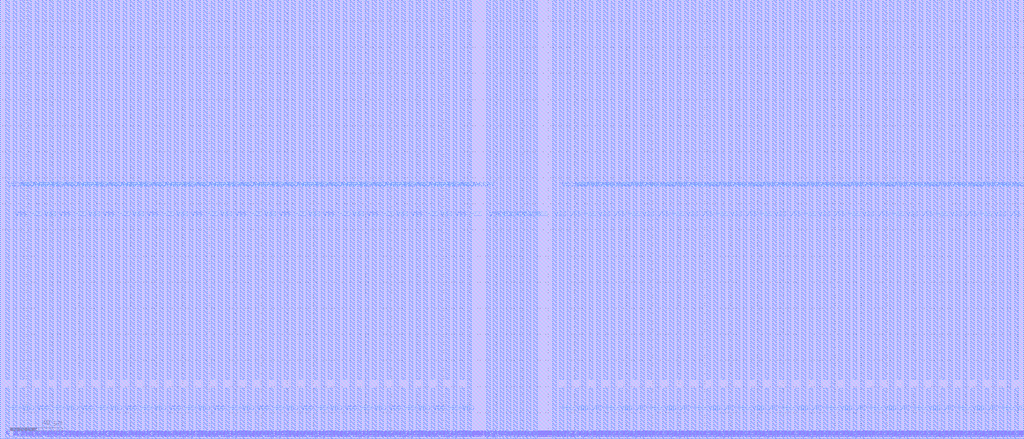
<source format=lef>
# Copyright 2023 ETH Zurich and University of Bologna.
# Solderpad Hardware License, Version 0.51, see LICENSE for details.
# SPDX-License-Identifier: SHL-0.51
#
# Dummy LEF for RM_IHPSG13_1P_1024x64_c2_bm_bist
#
# Information extracted from the GDS available openly at:
# https://github.com/IHP-GmbH/IHP-Open-PDK/tree/main/ihp-sg13g2/libs.ref/sg13g2_sram/gds

VERSION 5.7 ;
BUSBITCHARS "[]" ;

MACRO RM_IHPSG13_1P_1024x64_c2_bm_bist
  CLASS BLOCK ;
  ORIGIN 0 0 ;
  FOREIGN RM_IHPSG13_1P_1024x64_c2_bm_bist 0 0 ;
  SIZE 784.48 BY 336.46 ;
  SYMMETRY X Y R90 ;
  PIN A_DIN[32]
    DIRECTION INPUT ;
    USE SIGNAL ;
    PORT
      LAYER Metal2 ;
        RECT 432.49 0 432.75 0.26 ;
    END
  END A_DIN[32]
  PIN A_DIN[31]
    DIRECTION INPUT ;
    USE SIGNAL ;
    PORT
      LAYER Metal2 ;
        RECT 351.73 0 351.99 0.26 ;
    END
  END A_DIN[31]
  PIN A_BIST_DIN[32]
    DIRECTION INPUT ;
    USE SIGNAL ;
    PORT
      LAYER Metal2 ;
        RECT 431.635 0 431.895 0.26 ;
    END
  END A_BIST_DIN[32]
  PIN A_BIST_DIN[31]
    DIRECTION INPUT ;
    USE SIGNAL ;
    PORT
      LAYER Metal2 ;
        RECT 352.585 0 352.845 0.26 ;
    END
  END A_BIST_DIN[31]
  PIN A_BM[32]
    DIRECTION INPUT ;
    USE SIGNAL ;
    PORT
      LAYER Metal2 ;
        RECT 424.65 0 424.91 0.26 ;
    END
  END A_BM[32]
  PIN A_BM[31]
    DIRECTION INPUT ;
    USE SIGNAL ;
    PORT
      LAYER Metal2 ;
        RECT 359.57 0 359.83 0.26 ;
    END
  END A_BM[31]
  PIN A_BIST_BM[32]
    DIRECTION INPUT ;
    USE SIGNAL ;
    PORT
      LAYER Metal2 ;
        RECT 426.025 0 426.285 0.26 ;
    END
  END A_BIST_BM[32]
  PIN A_BIST_BM[31]
    DIRECTION INPUT ;
    USE SIGNAL ;
    PORT
      LAYER Metal2 ;
        RECT 358.195 0 358.455 0.26 ;
    END
  END A_BIST_BM[31]
  PIN A_DOUT[32]
    DIRECTION OUTPUT ;
    USE SIGNAL ;
    PORT
      LAYER Metal2 ;
        RECT 425.16 0 425.42 0.26 ;
    END
  END A_DOUT[32]
  PIN A_DOUT[31]
    DIRECTION OUTPUT ;
    USE SIGNAL ;
    PORT
      LAYER Metal2 ;
        RECT 359.06 0 359.32 0.26 ;
    END
  END A_DOUT[31]
  PIN VSS
    DIRECTION INOUT ;
    USE GROUND ;
    NETEXPR "vss VSS" ;
    PORT
      LAYER Metal4 ;
        RECT 771.79 0 774.6 336.46 ;
    END
    PORT
      LAYER Metal4 ;
        RECT 760.55 0 763.36 336.46 ;
    END
    PORT
      LAYER Metal4 ;
        RECT 749.31 0 752.12 336.46 ;
    END
    PORT
      LAYER Metal4 ;
        RECT 738.07 0 740.88 336.46 ;
    END
    PORT
      LAYER Metal4 ;
        RECT 726.83 0 729.64 336.46 ;
    END
    PORT
      LAYER Metal4 ;
        RECT 715.59 0 718.4 336.46 ;
    END
    PORT
      LAYER Metal4 ;
        RECT 704.35 0 707.16 336.46 ;
    END
    PORT
      LAYER Metal4 ;
        RECT 693.11 0 695.92 336.46 ;
    END
    PORT
      LAYER Metal4 ;
        RECT 681.87 0 684.68 336.46 ;
    END
    PORT
      LAYER Metal4 ;
        RECT 670.63 0 673.44 336.46 ;
    END
    PORT
      LAYER Metal4 ;
        RECT 659.39 0 662.2 336.46 ;
    END
    PORT
      LAYER Metal4 ;
        RECT 648.15 0 650.96 336.46 ;
    END
    PORT
      LAYER Metal4 ;
        RECT 636.91 0 639.72 336.46 ;
    END
    PORT
      LAYER Metal4 ;
        RECT 625.67 0 628.48 336.46 ;
    END
    PORT
      LAYER Metal4 ;
        RECT 614.43 0 617.24 336.46 ;
    END
    PORT
      LAYER Metal4 ;
        RECT 603.19 0 606 336.46 ;
    END
    PORT
      LAYER Metal4 ;
        RECT 591.95 0 594.76 336.46 ;
    END
    PORT
      LAYER Metal4 ;
        RECT 580.71 0 583.52 336.46 ;
    END
    PORT
      LAYER Metal4 ;
        RECT 569.47 0 572.28 336.46 ;
    END
    PORT
      LAYER Metal4 ;
        RECT 558.23 0 561.04 336.46 ;
    END
    PORT
      LAYER Metal4 ;
        RECT 546.99 0 549.8 336.46 ;
    END
    PORT
      LAYER Metal4 ;
        RECT 535.75 0 538.56 336.46 ;
    END
    PORT
      LAYER Metal4 ;
        RECT 524.51 0 527.32 336.46 ;
    END
    PORT
      LAYER Metal4 ;
        RECT 513.27 0 516.08 336.46 ;
    END
    PORT
      LAYER Metal4 ;
        RECT 502.03 0 504.84 336.46 ;
    END
    PORT
      LAYER Metal4 ;
        RECT 490.79 0 493.6 336.46 ;
    END
    PORT
      LAYER Metal4 ;
        RECT 479.55 0 482.36 336.46 ;
    END
    PORT
      LAYER Metal4 ;
        RECT 468.31 0 471.12 336.46 ;
    END
    PORT
      LAYER Metal4 ;
        RECT 457.07 0 459.88 336.46 ;
    END
    PORT
      LAYER Metal4 ;
        RECT 445.83 0 448.64 336.46 ;
    END
    PORT
      LAYER Metal4 ;
        RECT 434.59 0 437.4 336.46 ;
    END
    PORT
      LAYER Metal4 ;
        RECT 423.35 0 426.16 336.46 ;
    END
    PORT
      LAYER Metal4 ;
        RECT 408.86 0 411.67 336.46 ;
    END
    PORT
      LAYER Metal4 ;
        RECT 398.56 0 401.37 336.46 ;
    END
    PORT
      LAYER Metal4 ;
        RECT 383.11 0 385.92 336.46 ;
    END
    PORT
      LAYER Metal4 ;
        RECT 372.81 0 375.62 336.46 ;
    END
    PORT
      LAYER Metal4 ;
        RECT 358.32 0 361.13 336.46 ;
    END
    PORT
      LAYER Metal4 ;
        RECT 347.08 0 349.89 336.46 ;
    END
    PORT
      LAYER Metal4 ;
        RECT 335.84 0 338.65 336.46 ;
    END
    PORT
      LAYER Metal4 ;
        RECT 324.6 0 327.41 336.46 ;
    END
    PORT
      LAYER Metal4 ;
        RECT 313.36 0 316.17 336.46 ;
    END
    PORT
      LAYER Metal4 ;
        RECT 302.12 0 304.93 336.46 ;
    END
    PORT
      LAYER Metal4 ;
        RECT 290.88 0 293.69 336.46 ;
    END
    PORT
      LAYER Metal4 ;
        RECT 279.64 0 282.45 336.46 ;
    END
    PORT
      LAYER Metal4 ;
        RECT 268.4 0 271.21 336.46 ;
    END
    PORT
      LAYER Metal4 ;
        RECT 257.16 0 259.97 336.46 ;
    END
    PORT
      LAYER Metal4 ;
        RECT 245.92 0 248.73 336.46 ;
    END
    PORT
      LAYER Metal4 ;
        RECT 234.68 0 237.49 336.46 ;
    END
    PORT
      LAYER Metal4 ;
        RECT 223.44 0 226.25 336.46 ;
    END
    PORT
      LAYER Metal4 ;
        RECT 212.2 0 215.01 336.46 ;
    END
    PORT
      LAYER Metal4 ;
        RECT 200.96 0 203.77 336.46 ;
    END
    PORT
      LAYER Metal4 ;
        RECT 189.72 0 192.53 336.46 ;
    END
    PORT
      LAYER Metal4 ;
        RECT 178.48 0 181.29 336.46 ;
    END
    PORT
      LAYER Metal4 ;
        RECT 167.24 0 170.05 336.46 ;
    END
    PORT
      LAYER Metal4 ;
        RECT 156 0 158.81 336.46 ;
    END
    PORT
      LAYER Metal4 ;
        RECT 144.76 0 147.57 336.46 ;
    END
    PORT
      LAYER Metal4 ;
        RECT 133.52 0 136.33 336.46 ;
    END
    PORT
      LAYER Metal4 ;
        RECT 122.28 0 125.09 336.46 ;
    END
    PORT
      LAYER Metal4 ;
        RECT 111.04 0 113.85 336.46 ;
    END
    PORT
      LAYER Metal4 ;
        RECT 99.8 0 102.61 336.46 ;
    END
    PORT
      LAYER Metal4 ;
        RECT 88.56 0 91.37 336.46 ;
    END
    PORT
      LAYER Metal4 ;
        RECT 77.32 0 80.13 336.46 ;
    END
    PORT
      LAYER Metal4 ;
        RECT 66.08 0 68.89 336.46 ;
    END
    PORT
      LAYER Metal4 ;
        RECT 54.84 0 57.65 336.46 ;
    END
    PORT
      LAYER Metal4 ;
        RECT 43.6 0 46.41 336.46 ;
    END
    PORT
      LAYER Metal4 ;
        RECT 32.36 0 35.17 336.46 ;
    END
    PORT
      LAYER Metal4 ;
        RECT 21.12 0 23.93 336.46 ;
    END
    PORT
      LAYER Metal4 ;
        RECT 9.88 0 12.69 336.46 ;
    END
  END VSS
  PIN VDD
    DIRECTION INOUT ;
    USE POWER ;
    NETEXPR "vdd VDD" ;
    PORT
      LAYER Metal4 ;
        RECT 777.41 0 780.22 38.825 ;
    END
    PORT
      LAYER Metal4 ;
        RECT 766.17 0 768.98 38.825 ;
    END
    PORT
      LAYER Metal4 ;
        RECT 754.93 0 757.74 38.825 ;
    END
    PORT
      LAYER Metal4 ;
        RECT 743.69 0 746.5 38.825 ;
    END
    PORT
      LAYER Metal4 ;
        RECT 732.45 0 735.26 38.825 ;
    END
    PORT
      LAYER Metal4 ;
        RECT 721.21 0 724.02 38.825 ;
    END
    PORT
      LAYER Metal4 ;
        RECT 709.97 0 712.78 38.825 ;
    END
    PORT
      LAYER Metal4 ;
        RECT 698.73 0 701.54 38.825 ;
    END
    PORT
      LAYER Metal4 ;
        RECT 687.49 0 690.3 38.825 ;
    END
    PORT
      LAYER Metal4 ;
        RECT 676.25 0 679.06 38.825 ;
    END
    PORT
      LAYER Metal4 ;
        RECT 665.01 0 667.82 38.825 ;
    END
    PORT
      LAYER Metal4 ;
        RECT 653.77 0 656.58 38.825 ;
    END
    PORT
      LAYER Metal4 ;
        RECT 642.53 0 645.34 38.825 ;
    END
    PORT
      LAYER Metal4 ;
        RECT 631.29 0 634.1 38.825 ;
    END
    PORT
      LAYER Metal4 ;
        RECT 620.05 0 622.86 38.825 ;
    END
    PORT
      LAYER Metal4 ;
        RECT 608.81 0 611.62 38.825 ;
    END
    PORT
      LAYER Metal4 ;
        RECT 597.57 0 600.38 38.825 ;
    END
    PORT
      LAYER Metal4 ;
        RECT 586.33 0 589.14 38.825 ;
    END
    PORT
      LAYER Metal4 ;
        RECT 575.09 0 577.9 38.825 ;
    END
    PORT
      LAYER Metal4 ;
        RECT 563.85 0 566.66 38.825 ;
    END
    PORT
      LAYER Metal4 ;
        RECT 552.61 0 555.42 38.825 ;
    END
    PORT
      LAYER Metal4 ;
        RECT 541.37 0 544.18 38.825 ;
    END
    PORT
      LAYER Metal4 ;
        RECT 530.13 0 532.94 38.825 ;
    END
    PORT
      LAYER Metal4 ;
        RECT 518.89 0 521.7 38.825 ;
    END
    PORT
      LAYER Metal4 ;
        RECT 507.65 0 510.46 38.825 ;
    END
    PORT
      LAYER Metal4 ;
        RECT 496.41 0 499.22 38.825 ;
    END
    PORT
      LAYER Metal4 ;
        RECT 485.17 0 487.98 38.825 ;
    END
    PORT
      LAYER Metal4 ;
        RECT 473.93 0 476.74 38.825 ;
    END
    PORT
      LAYER Metal4 ;
        RECT 462.69 0 465.5 38.825 ;
    END
    PORT
      LAYER Metal4 ;
        RECT 451.45 0 454.26 38.825 ;
    END
    PORT
      LAYER Metal4 ;
        RECT 440.21 0 443.02 38.825 ;
    END
    PORT
      LAYER Metal4 ;
        RECT 428.97 0 431.78 38.825 ;
    END
    PORT
      LAYER Metal4 ;
        RECT 403.71 0 406.52 336.46 ;
    END
    PORT
      LAYER Metal4 ;
        RECT 393.41 0 396.22 336.46 ;
    END
    PORT
      LAYER Metal4 ;
        RECT 388.26 0 391.07 336.46 ;
    END
    PORT
      LAYER Metal4 ;
        RECT 377.96 0 380.77 336.46 ;
    END
    PORT
      LAYER Metal4 ;
        RECT 352.7 0 355.51 38.825 ;
    END
    PORT
      LAYER Metal4 ;
        RECT 341.46 0 344.27 38.825 ;
    END
    PORT
      LAYER Metal4 ;
        RECT 330.22 0 333.03 38.825 ;
    END
    PORT
      LAYER Metal4 ;
        RECT 318.98 0 321.79 38.825 ;
    END
    PORT
      LAYER Metal4 ;
        RECT 307.74 0 310.55 38.825 ;
    END
    PORT
      LAYER Metal4 ;
        RECT 296.5 0 299.31 38.825 ;
    END
    PORT
      LAYER Metal4 ;
        RECT 285.26 0 288.07 38.825 ;
    END
    PORT
      LAYER Metal4 ;
        RECT 274.02 0 276.83 38.825 ;
    END
    PORT
      LAYER Metal4 ;
        RECT 262.78 0 265.59 38.825 ;
    END
    PORT
      LAYER Metal4 ;
        RECT 251.54 0 254.35 38.825 ;
    END
    PORT
      LAYER Metal4 ;
        RECT 240.3 0 243.11 38.825 ;
    END
    PORT
      LAYER Metal4 ;
        RECT 229.06 0 231.87 38.825 ;
    END
    PORT
      LAYER Metal4 ;
        RECT 217.82 0 220.63 38.825 ;
    END
    PORT
      LAYER Metal4 ;
        RECT 206.58 0 209.39 38.825 ;
    END
    PORT
      LAYER Metal4 ;
        RECT 195.34 0 198.15 38.825 ;
    END
    PORT
      LAYER Metal4 ;
        RECT 184.1 0 186.91 38.825 ;
    END
    PORT
      LAYER Metal4 ;
        RECT 172.86 0 175.67 38.825 ;
    END
    PORT
      LAYER Metal4 ;
        RECT 161.62 0 164.43 38.825 ;
    END
    PORT
      LAYER Metal4 ;
        RECT 150.38 0 153.19 38.825 ;
    END
    PORT
      LAYER Metal4 ;
        RECT 139.14 0 141.95 38.825 ;
    END
    PORT
      LAYER Metal4 ;
        RECT 127.9 0 130.71 38.825 ;
    END
    PORT
      LAYER Metal4 ;
        RECT 116.66 0 119.47 38.825 ;
    END
    PORT
      LAYER Metal4 ;
        RECT 105.42 0 108.23 38.825 ;
    END
    PORT
      LAYER Metal4 ;
        RECT 94.18 0 96.99 38.825 ;
    END
    PORT
      LAYER Metal4 ;
        RECT 82.94 0 85.75 38.825 ;
    END
    PORT
      LAYER Metal4 ;
        RECT 71.7 0 74.51 38.825 ;
    END
    PORT
      LAYER Metal4 ;
        RECT 60.46 0 63.27 38.825 ;
    END
    PORT
      LAYER Metal4 ;
        RECT 49.22 0 52.03 38.825 ;
    END
    PORT
      LAYER Metal4 ;
        RECT 37.98 0 40.79 38.825 ;
    END
    PORT
      LAYER Metal4 ;
        RECT 26.74 0 29.55 38.825 ;
    END
    PORT
      LAYER Metal4 ;
        RECT 15.5 0 18.31 38.825 ;
    END
    PORT
      LAYER Metal4 ;
        RECT 4.26 0 7.07 38.825 ;
    END
  END VDD
  PIN VDDARRAY
    DIRECTION INOUT ;
    USE POWER ;
    NETEXPR "vddarray VDDARRAY" ;
    PORT
      LAYER Metal4 ;
        RECT 777.41 45.465 780.22 336.46 ;
    END
    PORT
      LAYER Metal4 ;
        RECT 766.17 45.465 768.98 336.46 ;
    END
    PORT
      LAYER Metal4 ;
        RECT 754.93 45.465 757.74 336.46 ;
    END
    PORT
      LAYER Metal4 ;
        RECT 743.69 45.465 746.5 336.46 ;
    END
    PORT
      LAYER Metal4 ;
        RECT 732.45 45.465 735.26 336.46 ;
    END
    PORT
      LAYER Metal4 ;
        RECT 721.21 45.465 724.02 336.46 ;
    END
    PORT
      LAYER Metal4 ;
        RECT 709.97 45.465 712.78 336.46 ;
    END
    PORT
      LAYER Metal4 ;
        RECT 698.73 45.465 701.54 336.46 ;
    END
    PORT
      LAYER Metal4 ;
        RECT 687.49 45.465 690.3 336.46 ;
    END
    PORT
      LAYER Metal4 ;
        RECT 676.25 45.465 679.06 336.46 ;
    END
    PORT
      LAYER Metal4 ;
        RECT 665.01 45.465 667.82 336.46 ;
    END
    PORT
      LAYER Metal4 ;
        RECT 653.77 45.465 656.58 336.46 ;
    END
    PORT
      LAYER Metal4 ;
        RECT 642.53 45.465 645.34 336.46 ;
    END
    PORT
      LAYER Metal4 ;
        RECT 631.29 45.465 634.1 336.46 ;
    END
    PORT
      LAYER Metal4 ;
        RECT 620.05 45.465 622.86 336.46 ;
    END
    PORT
      LAYER Metal4 ;
        RECT 608.81 45.465 611.62 336.46 ;
    END
    PORT
      LAYER Metal4 ;
        RECT 597.57 45.465 600.38 336.46 ;
    END
    PORT
      LAYER Metal4 ;
        RECT 586.33 45.465 589.14 336.46 ;
    END
    PORT
      LAYER Metal4 ;
        RECT 575.09 45.465 577.9 336.46 ;
    END
    PORT
      LAYER Metal4 ;
        RECT 563.85 45.465 566.66 336.46 ;
    END
    PORT
      LAYER Metal4 ;
        RECT 552.61 45.465 555.42 336.46 ;
    END
    PORT
      LAYER Metal4 ;
        RECT 541.37 45.465 544.18 336.46 ;
    END
    PORT
      LAYER Metal4 ;
        RECT 530.13 45.465 532.94 336.46 ;
    END
    PORT
      LAYER Metal4 ;
        RECT 518.89 45.465 521.7 336.46 ;
    END
    PORT
      LAYER Metal4 ;
        RECT 507.65 45.465 510.46 336.46 ;
    END
    PORT
      LAYER Metal4 ;
        RECT 496.41 45.465 499.22 336.46 ;
    END
    PORT
      LAYER Metal4 ;
        RECT 485.17 45.465 487.98 336.46 ;
    END
    PORT
      LAYER Metal4 ;
        RECT 473.93 45.465 476.74 336.46 ;
    END
    PORT
      LAYER Metal4 ;
        RECT 462.69 45.465 465.5 336.46 ;
    END
    PORT
      LAYER Metal4 ;
        RECT 451.45 45.465 454.26 336.46 ;
    END
    PORT
      LAYER Metal4 ;
        RECT 440.21 45.465 443.02 336.46 ;
    END
    PORT
      LAYER Metal4 ;
        RECT 428.97 45.465 431.78 336.46 ;
    END
    PORT
      LAYER Metal4 ;
        RECT 352.7 45.465 355.51 336.46 ;
    END
    PORT
      LAYER Metal4 ;
        RECT 341.46 45.465 344.27 336.46 ;
    END
    PORT
      LAYER Metal4 ;
        RECT 330.22 45.465 333.03 336.46 ;
    END
    PORT
      LAYER Metal4 ;
        RECT 318.98 45.465 321.79 336.46 ;
    END
    PORT
      LAYER Metal4 ;
        RECT 307.74 45.465 310.55 336.46 ;
    END
    PORT
      LAYER Metal4 ;
        RECT 296.5 45.465 299.31 336.46 ;
    END
    PORT
      LAYER Metal4 ;
        RECT 285.26 45.465 288.07 336.46 ;
    END
    PORT
      LAYER Metal4 ;
        RECT 274.02 45.465 276.83 336.46 ;
    END
    PORT
      LAYER Metal4 ;
        RECT 262.78 45.465 265.59 336.46 ;
    END
    PORT
      LAYER Metal4 ;
        RECT 251.54 45.465 254.35 336.46 ;
    END
    PORT
      LAYER Metal4 ;
        RECT 240.3 45.465 243.11 336.46 ;
    END
    PORT
      LAYER Metal4 ;
        RECT 229.06 45.465 231.87 336.46 ;
    END
    PORT
      LAYER Metal4 ;
        RECT 217.82 45.465 220.63 336.46 ;
    END
    PORT
      LAYER Metal4 ;
        RECT 206.58 45.465 209.39 336.46 ;
    END
    PORT
      LAYER Metal4 ;
        RECT 195.34 45.465 198.15 336.46 ;
    END
    PORT
      LAYER Metal4 ;
        RECT 184.1 45.465 186.91 336.46 ;
    END
    PORT
      LAYER Metal4 ;
        RECT 172.86 45.465 175.67 336.46 ;
    END
    PORT
      LAYER Metal4 ;
        RECT 161.62 45.465 164.43 336.46 ;
    END
    PORT
      LAYER Metal4 ;
        RECT 150.38 45.465 153.19 336.46 ;
    END
    PORT
      LAYER Metal4 ;
        RECT 139.14 45.465 141.95 336.46 ;
    END
    PORT
      LAYER Metal4 ;
        RECT 127.9 45.465 130.71 336.46 ;
    END
    PORT
      LAYER Metal4 ;
        RECT 116.66 45.465 119.47 336.46 ;
    END
    PORT
      LAYER Metal4 ;
        RECT 105.42 45.465 108.23 336.46 ;
    END
    PORT
      LAYER Metal4 ;
        RECT 94.18 45.465 96.99 336.46 ;
    END
    PORT
      LAYER Metal4 ;
        RECT 82.94 45.465 85.75 336.46 ;
    END
    PORT
      LAYER Metal4 ;
        RECT 71.7 45.465 74.51 336.46 ;
    END
    PORT
      LAYER Metal4 ;
        RECT 60.46 45.465 63.27 336.46 ;
    END
    PORT
      LAYER Metal4 ;
        RECT 49.22 45.465 52.03 336.46 ;
    END
    PORT
      LAYER Metal4 ;
        RECT 37.98 45.465 40.79 336.46 ;
    END
    PORT
      LAYER Metal4 ;
        RECT 26.74 45.465 29.55 336.46 ;
    END
    PORT
      LAYER Metal4 ;
        RECT 15.5 45.465 18.31 336.46 ;
    END
    PORT
      LAYER Metal4 ;
        RECT 4.26 45.465 7.07 336.46 ;
    END
  END VDDARRAY
  PIN A_DIN[33]
    DIRECTION INPUT ;
    USE SIGNAL ;
    PORT
      LAYER Metal2 ;
        RECT 443.73 0 443.99 0.26 ;
    END
  END A_DIN[33]
  PIN A_DIN[30]
    DIRECTION INPUT ;
    USE SIGNAL ;
    PORT
      LAYER Metal2 ;
        RECT 340.49 0 340.75 0.26 ;
    END
  END A_DIN[30]
  PIN A_BIST_DIN[33]
    DIRECTION INPUT ;
    USE SIGNAL ;
    PORT
      LAYER Metal2 ;
        RECT 442.875 0 443.135 0.26 ;
    END
  END A_BIST_DIN[33]
  PIN A_BIST_DIN[30]
    DIRECTION INPUT ;
    USE SIGNAL ;
    PORT
      LAYER Metal2 ;
        RECT 341.345 0 341.605 0.26 ;
    END
  END A_BIST_DIN[30]
  PIN A_BM[33]
    DIRECTION INPUT ;
    USE SIGNAL ;
    PORT
      LAYER Metal2 ;
        RECT 435.89 0 436.15 0.26 ;
    END
  END A_BM[33]
  PIN A_BM[30]
    DIRECTION INPUT ;
    USE SIGNAL ;
    PORT
      LAYER Metal2 ;
        RECT 348.33 0 348.59 0.26 ;
    END
  END A_BM[30]
  PIN A_BIST_BM[33]
    DIRECTION INPUT ;
    USE SIGNAL ;
    PORT
      LAYER Metal2 ;
        RECT 437.265 0 437.525 0.26 ;
    END
  END A_BIST_BM[33]
  PIN A_BIST_BM[30]
    DIRECTION INPUT ;
    USE SIGNAL ;
    PORT
      LAYER Metal2 ;
        RECT 346.955 0 347.215 0.26 ;
    END
  END A_BIST_BM[30]
  PIN A_DOUT[33]
    DIRECTION OUTPUT ;
    USE SIGNAL ;
    PORT
      LAYER Metal2 ;
        RECT 436.4 0 436.66 0.26 ;
    END
  END A_DOUT[33]
  PIN A_DOUT[30]
    DIRECTION OUTPUT ;
    USE SIGNAL ;
    PORT
      LAYER Metal2 ;
        RECT 347.82 0 348.08 0.26 ;
    END
  END A_DOUT[30]
  PIN A_DIN[34]
    DIRECTION INPUT ;
    USE SIGNAL ;
    PORT
      LAYER Metal2 ;
        RECT 454.97 0 455.23 0.26 ;
    END
  END A_DIN[34]
  PIN A_DIN[29]
    DIRECTION INPUT ;
    USE SIGNAL ;
    PORT
      LAYER Metal2 ;
        RECT 329.25 0 329.51 0.26 ;
    END
  END A_DIN[29]
  PIN A_BIST_DIN[34]
    DIRECTION INPUT ;
    USE SIGNAL ;
    PORT
      LAYER Metal2 ;
        RECT 454.115 0 454.375 0.26 ;
    END
  END A_BIST_DIN[34]
  PIN A_BIST_DIN[29]
    DIRECTION INPUT ;
    USE SIGNAL ;
    PORT
      LAYER Metal2 ;
        RECT 330.105 0 330.365 0.26 ;
    END
  END A_BIST_DIN[29]
  PIN A_BM[34]
    DIRECTION INPUT ;
    USE SIGNAL ;
    PORT
      LAYER Metal2 ;
        RECT 447.13 0 447.39 0.26 ;
    END
  END A_BM[34]
  PIN A_BM[29]
    DIRECTION INPUT ;
    USE SIGNAL ;
    PORT
      LAYER Metal2 ;
        RECT 337.09 0 337.35 0.26 ;
    END
  END A_BM[29]
  PIN A_BIST_BM[34]
    DIRECTION INPUT ;
    USE SIGNAL ;
    PORT
      LAYER Metal2 ;
        RECT 448.505 0 448.765 0.26 ;
    END
  END A_BIST_BM[34]
  PIN A_BIST_BM[29]
    DIRECTION INPUT ;
    USE SIGNAL ;
    PORT
      LAYER Metal2 ;
        RECT 335.715 0 335.975 0.26 ;
    END
  END A_BIST_BM[29]
  PIN A_DOUT[34]
    DIRECTION OUTPUT ;
    USE SIGNAL ;
    PORT
      LAYER Metal2 ;
        RECT 447.64 0 447.9 0.26 ;
    END
  END A_DOUT[34]
  PIN A_DOUT[29]
    DIRECTION OUTPUT ;
    USE SIGNAL ;
    PORT
      LAYER Metal2 ;
        RECT 336.58 0 336.84 0.26 ;
    END
  END A_DOUT[29]
  PIN A_DIN[35]
    DIRECTION INPUT ;
    USE SIGNAL ;
    PORT
      LAYER Metal2 ;
        RECT 466.21 0 466.47 0.26 ;
    END
  END A_DIN[35]
  PIN A_DIN[28]
    DIRECTION INPUT ;
    USE SIGNAL ;
    PORT
      LAYER Metal2 ;
        RECT 318.01 0 318.27 0.26 ;
    END
  END A_DIN[28]
  PIN A_BIST_DIN[35]
    DIRECTION INPUT ;
    USE SIGNAL ;
    PORT
      LAYER Metal2 ;
        RECT 465.355 0 465.615 0.26 ;
    END
  END A_BIST_DIN[35]
  PIN A_BIST_DIN[28]
    DIRECTION INPUT ;
    USE SIGNAL ;
    PORT
      LAYER Metal2 ;
        RECT 318.865 0 319.125 0.26 ;
    END
  END A_BIST_DIN[28]
  PIN A_BM[35]
    DIRECTION INPUT ;
    USE SIGNAL ;
    PORT
      LAYER Metal2 ;
        RECT 458.37 0 458.63 0.26 ;
    END
  END A_BM[35]
  PIN A_BM[28]
    DIRECTION INPUT ;
    USE SIGNAL ;
    PORT
      LAYER Metal2 ;
        RECT 325.85 0 326.11 0.26 ;
    END
  END A_BM[28]
  PIN A_BIST_BM[35]
    DIRECTION INPUT ;
    USE SIGNAL ;
    PORT
      LAYER Metal2 ;
        RECT 459.745 0 460.005 0.26 ;
    END
  END A_BIST_BM[35]
  PIN A_BIST_BM[28]
    DIRECTION INPUT ;
    USE SIGNAL ;
    PORT
      LAYER Metal2 ;
        RECT 324.475 0 324.735 0.26 ;
    END
  END A_BIST_BM[28]
  PIN A_DOUT[35]
    DIRECTION OUTPUT ;
    USE SIGNAL ;
    PORT
      LAYER Metal2 ;
        RECT 458.88 0 459.14 0.26 ;
    END
  END A_DOUT[35]
  PIN A_DOUT[28]
    DIRECTION OUTPUT ;
    USE SIGNAL ;
    PORT
      LAYER Metal2 ;
        RECT 325.34 0 325.6 0.26 ;
    END
  END A_DOUT[28]
  PIN A_DIN[36]
    DIRECTION INPUT ;
    USE SIGNAL ;
    PORT
      LAYER Metal2 ;
        RECT 477.45 0 477.71 0.26 ;
    END
  END A_DIN[36]
  PIN A_DIN[27]
    DIRECTION INPUT ;
    USE SIGNAL ;
    PORT
      LAYER Metal2 ;
        RECT 306.77 0 307.03 0.26 ;
    END
  END A_DIN[27]
  PIN A_BIST_DIN[36]
    DIRECTION INPUT ;
    USE SIGNAL ;
    PORT
      LAYER Metal2 ;
        RECT 476.595 0 476.855 0.26 ;
    END
  END A_BIST_DIN[36]
  PIN A_BIST_DIN[27]
    DIRECTION INPUT ;
    USE SIGNAL ;
    PORT
      LAYER Metal2 ;
        RECT 307.625 0 307.885 0.26 ;
    END
  END A_BIST_DIN[27]
  PIN A_BM[36]
    DIRECTION INPUT ;
    USE SIGNAL ;
    PORT
      LAYER Metal2 ;
        RECT 469.61 0 469.87 0.26 ;
    END
  END A_BM[36]
  PIN A_BM[27]
    DIRECTION INPUT ;
    USE SIGNAL ;
    PORT
      LAYER Metal2 ;
        RECT 314.61 0 314.87 0.26 ;
    END
  END A_BM[27]
  PIN A_BIST_BM[36]
    DIRECTION INPUT ;
    USE SIGNAL ;
    PORT
      LAYER Metal2 ;
        RECT 470.985 0 471.245 0.26 ;
    END
  END A_BIST_BM[36]
  PIN A_BIST_BM[27]
    DIRECTION INPUT ;
    USE SIGNAL ;
    PORT
      LAYER Metal2 ;
        RECT 313.235 0 313.495 0.26 ;
    END
  END A_BIST_BM[27]
  PIN A_DOUT[36]
    DIRECTION OUTPUT ;
    USE SIGNAL ;
    PORT
      LAYER Metal2 ;
        RECT 470.12 0 470.38 0.26 ;
    END
  END A_DOUT[36]
  PIN A_DOUT[27]
    DIRECTION OUTPUT ;
    USE SIGNAL ;
    PORT
      LAYER Metal2 ;
        RECT 314.1 0 314.36 0.26 ;
    END
  END A_DOUT[27]
  PIN A_DIN[37]
    DIRECTION INPUT ;
    USE SIGNAL ;
    PORT
      LAYER Metal2 ;
        RECT 488.69 0 488.95 0.26 ;
    END
  END A_DIN[37]
  PIN A_DIN[26]
    DIRECTION INPUT ;
    USE SIGNAL ;
    PORT
      LAYER Metal2 ;
        RECT 295.53 0 295.79 0.26 ;
    END
  END A_DIN[26]
  PIN A_BIST_DIN[37]
    DIRECTION INPUT ;
    USE SIGNAL ;
    PORT
      LAYER Metal2 ;
        RECT 487.835 0 488.095 0.26 ;
    END
  END A_BIST_DIN[37]
  PIN A_BIST_DIN[26]
    DIRECTION INPUT ;
    USE SIGNAL ;
    PORT
      LAYER Metal2 ;
        RECT 296.385 0 296.645 0.26 ;
    END
  END A_BIST_DIN[26]
  PIN A_BM[37]
    DIRECTION INPUT ;
    USE SIGNAL ;
    PORT
      LAYER Metal2 ;
        RECT 480.85 0 481.11 0.26 ;
    END
  END A_BM[37]
  PIN A_BM[26]
    DIRECTION INPUT ;
    USE SIGNAL ;
    PORT
      LAYER Metal2 ;
        RECT 303.37 0 303.63 0.26 ;
    END
  END A_BM[26]
  PIN A_BIST_BM[37]
    DIRECTION INPUT ;
    USE SIGNAL ;
    PORT
      LAYER Metal2 ;
        RECT 482.225 0 482.485 0.26 ;
    END
  END A_BIST_BM[37]
  PIN A_BIST_BM[26]
    DIRECTION INPUT ;
    USE SIGNAL ;
    PORT
      LAYER Metal2 ;
        RECT 301.995 0 302.255 0.26 ;
    END
  END A_BIST_BM[26]
  PIN A_DOUT[37]
    DIRECTION OUTPUT ;
    USE SIGNAL ;
    PORT
      LAYER Metal2 ;
        RECT 481.36 0 481.62 0.26 ;
    END
  END A_DOUT[37]
  PIN A_DOUT[26]
    DIRECTION OUTPUT ;
    USE SIGNAL ;
    PORT
      LAYER Metal2 ;
        RECT 302.86 0 303.12 0.26 ;
    END
  END A_DOUT[26]
  PIN A_DIN[38]
    DIRECTION INPUT ;
    USE SIGNAL ;
    PORT
      LAYER Metal2 ;
        RECT 499.93 0 500.19 0.26 ;
    END
  END A_DIN[38]
  PIN A_DIN[25]
    DIRECTION INPUT ;
    USE SIGNAL ;
    PORT
      LAYER Metal2 ;
        RECT 284.29 0 284.55 0.26 ;
    END
  END A_DIN[25]
  PIN A_BIST_DIN[38]
    DIRECTION INPUT ;
    USE SIGNAL ;
    PORT
      LAYER Metal2 ;
        RECT 499.075 0 499.335 0.26 ;
    END
  END A_BIST_DIN[38]
  PIN A_BIST_DIN[25]
    DIRECTION INPUT ;
    USE SIGNAL ;
    PORT
      LAYER Metal2 ;
        RECT 285.145 0 285.405 0.26 ;
    END
  END A_BIST_DIN[25]
  PIN A_BM[38]
    DIRECTION INPUT ;
    USE SIGNAL ;
    PORT
      LAYER Metal2 ;
        RECT 492.09 0 492.35 0.26 ;
    END
  END A_BM[38]
  PIN A_BM[25]
    DIRECTION INPUT ;
    USE SIGNAL ;
    PORT
      LAYER Metal2 ;
        RECT 292.13 0 292.39 0.26 ;
    END
  END A_BM[25]
  PIN A_BIST_BM[38]
    DIRECTION INPUT ;
    USE SIGNAL ;
    PORT
      LAYER Metal2 ;
        RECT 493.465 0 493.725 0.26 ;
    END
  END A_BIST_BM[38]
  PIN A_BIST_BM[25]
    DIRECTION INPUT ;
    USE SIGNAL ;
    PORT
      LAYER Metal2 ;
        RECT 290.755 0 291.015 0.26 ;
    END
  END A_BIST_BM[25]
  PIN A_DOUT[38]
    DIRECTION OUTPUT ;
    USE SIGNAL ;
    PORT
      LAYER Metal2 ;
        RECT 492.6 0 492.86 0.26 ;
    END
  END A_DOUT[38]
  PIN A_DOUT[25]
    DIRECTION OUTPUT ;
    USE SIGNAL ;
    PORT
      LAYER Metal2 ;
        RECT 291.62 0 291.88 0.26 ;
    END
  END A_DOUT[25]
  PIN A_DIN[39]
    DIRECTION INPUT ;
    USE SIGNAL ;
    PORT
      LAYER Metal2 ;
        RECT 511.17 0 511.43 0.26 ;
    END
  END A_DIN[39]
  PIN A_DIN[24]
    DIRECTION INPUT ;
    USE SIGNAL ;
    PORT
      LAYER Metal2 ;
        RECT 273.05 0 273.31 0.26 ;
    END
  END A_DIN[24]
  PIN A_BIST_DIN[39]
    DIRECTION INPUT ;
    USE SIGNAL ;
    PORT
      LAYER Metal2 ;
        RECT 510.315 0 510.575 0.26 ;
    END
  END A_BIST_DIN[39]
  PIN A_BIST_DIN[24]
    DIRECTION INPUT ;
    USE SIGNAL ;
    PORT
      LAYER Metal2 ;
        RECT 273.905 0 274.165 0.26 ;
    END
  END A_BIST_DIN[24]
  PIN A_BM[39]
    DIRECTION INPUT ;
    USE SIGNAL ;
    PORT
      LAYER Metal2 ;
        RECT 503.33 0 503.59 0.26 ;
    END
  END A_BM[39]
  PIN A_BM[24]
    DIRECTION INPUT ;
    USE SIGNAL ;
    PORT
      LAYER Metal2 ;
        RECT 280.89 0 281.15 0.26 ;
    END
  END A_BM[24]
  PIN A_BIST_BM[39]
    DIRECTION INPUT ;
    USE SIGNAL ;
    PORT
      LAYER Metal2 ;
        RECT 504.705 0 504.965 0.26 ;
    END
  END A_BIST_BM[39]
  PIN A_BIST_BM[24]
    DIRECTION INPUT ;
    USE SIGNAL ;
    PORT
      LAYER Metal2 ;
        RECT 279.515 0 279.775 0.26 ;
    END
  END A_BIST_BM[24]
  PIN A_DOUT[39]
    DIRECTION OUTPUT ;
    USE SIGNAL ;
    PORT
      LAYER Metal2 ;
        RECT 503.84 0 504.1 0.26 ;
    END
  END A_DOUT[39]
  PIN A_DOUT[24]
    DIRECTION OUTPUT ;
    USE SIGNAL ;
    PORT
      LAYER Metal2 ;
        RECT 280.38 0 280.64 0.26 ;
    END
  END A_DOUT[24]
  PIN A_DIN[40]
    DIRECTION INPUT ;
    USE SIGNAL ;
    PORT
      LAYER Metal2 ;
        RECT 522.41 0 522.67 0.26 ;
    END
  END A_DIN[40]
  PIN A_DIN[23]
    DIRECTION INPUT ;
    USE SIGNAL ;
    PORT
      LAYER Metal2 ;
        RECT 261.81 0 262.07 0.26 ;
    END
  END A_DIN[23]
  PIN A_BIST_DIN[40]
    DIRECTION INPUT ;
    USE SIGNAL ;
    PORT
      LAYER Metal2 ;
        RECT 521.555 0 521.815 0.26 ;
    END
  END A_BIST_DIN[40]
  PIN A_BIST_DIN[23]
    DIRECTION INPUT ;
    USE SIGNAL ;
    PORT
      LAYER Metal2 ;
        RECT 262.665 0 262.925 0.26 ;
    END
  END A_BIST_DIN[23]
  PIN A_BM[40]
    DIRECTION INPUT ;
    USE SIGNAL ;
    PORT
      LAYER Metal2 ;
        RECT 514.57 0 514.83 0.26 ;
    END
  END A_BM[40]
  PIN A_BM[23]
    DIRECTION INPUT ;
    USE SIGNAL ;
    PORT
      LAYER Metal2 ;
        RECT 269.65 0 269.91 0.26 ;
    END
  END A_BM[23]
  PIN A_BIST_BM[40]
    DIRECTION INPUT ;
    USE SIGNAL ;
    PORT
      LAYER Metal2 ;
        RECT 515.945 0 516.205 0.26 ;
    END
  END A_BIST_BM[40]
  PIN A_BIST_BM[23]
    DIRECTION INPUT ;
    USE SIGNAL ;
    PORT
      LAYER Metal2 ;
        RECT 268.275 0 268.535 0.26 ;
    END
  END A_BIST_BM[23]
  PIN A_DOUT[40]
    DIRECTION OUTPUT ;
    USE SIGNAL ;
    PORT
      LAYER Metal2 ;
        RECT 515.08 0 515.34 0.26 ;
    END
  END A_DOUT[40]
  PIN A_DOUT[23]
    DIRECTION OUTPUT ;
    USE SIGNAL ;
    PORT
      LAYER Metal2 ;
        RECT 269.14 0 269.4 0.26 ;
    END
  END A_DOUT[23]
  PIN A_DIN[41]
    DIRECTION INPUT ;
    USE SIGNAL ;
    PORT
      LAYER Metal2 ;
        RECT 533.65 0 533.91 0.26 ;
    END
  END A_DIN[41]
  PIN A_DIN[22]
    DIRECTION INPUT ;
    USE SIGNAL ;
    PORT
      LAYER Metal2 ;
        RECT 250.57 0 250.83 0.26 ;
    END
  END A_DIN[22]
  PIN A_BIST_DIN[41]
    DIRECTION INPUT ;
    USE SIGNAL ;
    PORT
      LAYER Metal2 ;
        RECT 532.795 0 533.055 0.26 ;
    END
  END A_BIST_DIN[41]
  PIN A_BIST_DIN[22]
    DIRECTION INPUT ;
    USE SIGNAL ;
    PORT
      LAYER Metal2 ;
        RECT 251.425 0 251.685 0.26 ;
    END
  END A_BIST_DIN[22]
  PIN A_BM[41]
    DIRECTION INPUT ;
    USE SIGNAL ;
    PORT
      LAYER Metal2 ;
        RECT 525.81 0 526.07 0.26 ;
    END
  END A_BM[41]
  PIN A_BM[22]
    DIRECTION INPUT ;
    USE SIGNAL ;
    PORT
      LAYER Metal2 ;
        RECT 258.41 0 258.67 0.26 ;
    END
  END A_BM[22]
  PIN A_BIST_BM[41]
    DIRECTION INPUT ;
    USE SIGNAL ;
    PORT
      LAYER Metal2 ;
        RECT 527.185 0 527.445 0.26 ;
    END
  END A_BIST_BM[41]
  PIN A_BIST_BM[22]
    DIRECTION INPUT ;
    USE SIGNAL ;
    PORT
      LAYER Metal2 ;
        RECT 257.035 0 257.295 0.26 ;
    END
  END A_BIST_BM[22]
  PIN A_DOUT[41]
    DIRECTION OUTPUT ;
    USE SIGNAL ;
    PORT
      LAYER Metal2 ;
        RECT 526.32 0 526.58 0.26 ;
    END
  END A_DOUT[41]
  PIN A_DOUT[22]
    DIRECTION OUTPUT ;
    USE SIGNAL ;
    PORT
      LAYER Metal2 ;
        RECT 257.9 0 258.16 0.26 ;
    END
  END A_DOUT[22]
  PIN A_DIN[42]
    DIRECTION INPUT ;
    USE SIGNAL ;
    PORT
      LAYER Metal2 ;
        RECT 544.89 0 545.15 0.26 ;
    END
  END A_DIN[42]
  PIN A_DIN[21]
    DIRECTION INPUT ;
    USE SIGNAL ;
    PORT
      LAYER Metal2 ;
        RECT 239.33 0 239.59 0.26 ;
    END
  END A_DIN[21]
  PIN A_BIST_DIN[42]
    DIRECTION INPUT ;
    USE SIGNAL ;
    PORT
      LAYER Metal2 ;
        RECT 544.035 0 544.295 0.26 ;
    END
  END A_BIST_DIN[42]
  PIN A_BIST_DIN[21]
    DIRECTION INPUT ;
    USE SIGNAL ;
    PORT
      LAYER Metal2 ;
        RECT 240.185 0 240.445 0.26 ;
    END
  END A_BIST_DIN[21]
  PIN A_BM[42]
    DIRECTION INPUT ;
    USE SIGNAL ;
    PORT
      LAYER Metal2 ;
        RECT 537.05 0 537.31 0.26 ;
    END
  END A_BM[42]
  PIN A_BM[21]
    DIRECTION INPUT ;
    USE SIGNAL ;
    PORT
      LAYER Metal2 ;
        RECT 247.17 0 247.43 0.26 ;
    END
  END A_BM[21]
  PIN A_BIST_BM[42]
    DIRECTION INPUT ;
    USE SIGNAL ;
    PORT
      LAYER Metal2 ;
        RECT 538.425 0 538.685 0.26 ;
    END
  END A_BIST_BM[42]
  PIN A_BIST_BM[21]
    DIRECTION INPUT ;
    USE SIGNAL ;
    PORT
      LAYER Metal2 ;
        RECT 245.795 0 246.055 0.26 ;
    END
  END A_BIST_BM[21]
  PIN A_DOUT[42]
    DIRECTION OUTPUT ;
    USE SIGNAL ;
    PORT
      LAYER Metal2 ;
        RECT 537.56 0 537.82 0.26 ;
    END
  END A_DOUT[42]
  PIN A_DOUT[21]
    DIRECTION OUTPUT ;
    USE SIGNAL ;
    PORT
      LAYER Metal2 ;
        RECT 246.66 0 246.92 0.26 ;
    END
  END A_DOUT[21]
  PIN A_DIN[43]
    DIRECTION INPUT ;
    USE SIGNAL ;
    PORT
      LAYER Metal2 ;
        RECT 556.13 0 556.39 0.26 ;
    END
  END A_DIN[43]
  PIN A_DIN[20]
    DIRECTION INPUT ;
    USE SIGNAL ;
    PORT
      LAYER Metal2 ;
        RECT 228.09 0 228.35 0.26 ;
    END
  END A_DIN[20]
  PIN A_BIST_DIN[43]
    DIRECTION INPUT ;
    USE SIGNAL ;
    PORT
      LAYER Metal2 ;
        RECT 555.275 0 555.535 0.26 ;
    END
  END A_BIST_DIN[43]
  PIN A_BIST_DIN[20]
    DIRECTION INPUT ;
    USE SIGNAL ;
    PORT
      LAYER Metal2 ;
        RECT 228.945 0 229.205 0.26 ;
    END
  END A_BIST_DIN[20]
  PIN A_BM[43]
    DIRECTION INPUT ;
    USE SIGNAL ;
    PORT
      LAYER Metal2 ;
        RECT 548.29 0 548.55 0.26 ;
    END
  END A_BM[43]
  PIN A_BM[20]
    DIRECTION INPUT ;
    USE SIGNAL ;
    PORT
      LAYER Metal2 ;
        RECT 235.93 0 236.19 0.26 ;
    END
  END A_BM[20]
  PIN A_BIST_BM[43]
    DIRECTION INPUT ;
    USE SIGNAL ;
    PORT
      LAYER Metal2 ;
        RECT 549.665 0 549.925 0.26 ;
    END
  END A_BIST_BM[43]
  PIN A_BIST_BM[20]
    DIRECTION INPUT ;
    USE SIGNAL ;
    PORT
      LAYER Metal2 ;
        RECT 234.555 0 234.815 0.26 ;
    END
  END A_BIST_BM[20]
  PIN A_DOUT[43]
    DIRECTION OUTPUT ;
    USE SIGNAL ;
    PORT
      LAYER Metal2 ;
        RECT 548.8 0 549.06 0.26 ;
    END
  END A_DOUT[43]
  PIN A_DOUT[20]
    DIRECTION OUTPUT ;
    USE SIGNAL ;
    PORT
      LAYER Metal2 ;
        RECT 235.42 0 235.68 0.26 ;
    END
  END A_DOUT[20]
  PIN A_DIN[44]
    DIRECTION INPUT ;
    USE SIGNAL ;
    PORT
      LAYER Metal2 ;
        RECT 567.37 0 567.63 0.26 ;
    END
  END A_DIN[44]
  PIN A_DIN[19]
    DIRECTION INPUT ;
    USE SIGNAL ;
    PORT
      LAYER Metal2 ;
        RECT 216.85 0 217.11 0.26 ;
    END
  END A_DIN[19]
  PIN A_BIST_DIN[44]
    DIRECTION INPUT ;
    USE SIGNAL ;
    PORT
      LAYER Metal2 ;
        RECT 566.515 0 566.775 0.26 ;
    END
  END A_BIST_DIN[44]
  PIN A_BIST_DIN[19]
    DIRECTION INPUT ;
    USE SIGNAL ;
    PORT
      LAYER Metal2 ;
        RECT 217.705 0 217.965 0.26 ;
    END
  END A_BIST_DIN[19]
  PIN A_BM[44]
    DIRECTION INPUT ;
    USE SIGNAL ;
    PORT
      LAYER Metal2 ;
        RECT 559.53 0 559.79 0.26 ;
    END
  END A_BM[44]
  PIN A_BM[19]
    DIRECTION INPUT ;
    USE SIGNAL ;
    PORT
      LAYER Metal2 ;
        RECT 224.69 0 224.95 0.26 ;
    END
  END A_BM[19]
  PIN A_BIST_BM[44]
    DIRECTION INPUT ;
    USE SIGNAL ;
    PORT
      LAYER Metal2 ;
        RECT 560.905 0 561.165 0.26 ;
    END
  END A_BIST_BM[44]
  PIN A_BIST_BM[19]
    DIRECTION INPUT ;
    USE SIGNAL ;
    PORT
      LAYER Metal2 ;
        RECT 223.315 0 223.575 0.26 ;
    END
  END A_BIST_BM[19]
  PIN A_DOUT[44]
    DIRECTION OUTPUT ;
    USE SIGNAL ;
    PORT
      LAYER Metal2 ;
        RECT 560.04 0 560.3 0.26 ;
    END
  END A_DOUT[44]
  PIN A_DOUT[19]
    DIRECTION OUTPUT ;
    USE SIGNAL ;
    PORT
      LAYER Metal2 ;
        RECT 224.18 0 224.44 0.26 ;
    END
  END A_DOUT[19]
  PIN A_DIN[45]
    DIRECTION INPUT ;
    USE SIGNAL ;
    PORT
      LAYER Metal2 ;
        RECT 578.61 0 578.87 0.26 ;
    END
  END A_DIN[45]
  PIN A_DIN[18]
    DIRECTION INPUT ;
    USE SIGNAL ;
    PORT
      LAYER Metal2 ;
        RECT 205.61 0 205.87 0.26 ;
    END
  END A_DIN[18]
  PIN A_BIST_DIN[45]
    DIRECTION INPUT ;
    USE SIGNAL ;
    PORT
      LAYER Metal2 ;
        RECT 577.755 0 578.015 0.26 ;
    END
  END A_BIST_DIN[45]
  PIN A_BIST_DIN[18]
    DIRECTION INPUT ;
    USE SIGNAL ;
    PORT
      LAYER Metal2 ;
        RECT 206.465 0 206.725 0.26 ;
    END
  END A_BIST_DIN[18]
  PIN A_BM[45]
    DIRECTION INPUT ;
    USE SIGNAL ;
    PORT
      LAYER Metal2 ;
        RECT 570.77 0 571.03 0.26 ;
    END
  END A_BM[45]
  PIN A_BM[18]
    DIRECTION INPUT ;
    USE SIGNAL ;
    PORT
      LAYER Metal2 ;
        RECT 213.45 0 213.71 0.26 ;
    END
  END A_BM[18]
  PIN A_BIST_BM[45]
    DIRECTION INPUT ;
    USE SIGNAL ;
    PORT
      LAYER Metal2 ;
        RECT 572.145 0 572.405 0.26 ;
    END
  END A_BIST_BM[45]
  PIN A_BIST_BM[18]
    DIRECTION INPUT ;
    USE SIGNAL ;
    PORT
      LAYER Metal2 ;
        RECT 212.075 0 212.335 0.26 ;
    END
  END A_BIST_BM[18]
  PIN A_DOUT[45]
    DIRECTION OUTPUT ;
    USE SIGNAL ;
    PORT
      LAYER Metal2 ;
        RECT 571.28 0 571.54 0.26 ;
    END
  END A_DOUT[45]
  PIN A_DOUT[18]
    DIRECTION OUTPUT ;
    USE SIGNAL ;
    PORT
      LAYER Metal2 ;
        RECT 212.94 0 213.2 0.26 ;
    END
  END A_DOUT[18]
  PIN A_DIN[46]
    DIRECTION INPUT ;
    USE SIGNAL ;
    PORT
      LAYER Metal2 ;
        RECT 589.85 0 590.11 0.26 ;
    END
  END A_DIN[46]
  PIN A_DIN[17]
    DIRECTION INPUT ;
    USE SIGNAL ;
    PORT
      LAYER Metal2 ;
        RECT 194.37 0 194.63 0.26 ;
    END
  END A_DIN[17]
  PIN A_BIST_DIN[46]
    DIRECTION INPUT ;
    USE SIGNAL ;
    PORT
      LAYER Metal2 ;
        RECT 588.995 0 589.255 0.26 ;
    END
  END A_BIST_DIN[46]
  PIN A_BIST_DIN[17]
    DIRECTION INPUT ;
    USE SIGNAL ;
    PORT
      LAYER Metal2 ;
        RECT 195.225 0 195.485 0.26 ;
    END
  END A_BIST_DIN[17]
  PIN A_BM[46]
    DIRECTION INPUT ;
    USE SIGNAL ;
    PORT
      LAYER Metal2 ;
        RECT 582.01 0 582.27 0.26 ;
    END
  END A_BM[46]
  PIN A_BM[17]
    DIRECTION INPUT ;
    USE SIGNAL ;
    PORT
      LAYER Metal2 ;
        RECT 202.21 0 202.47 0.26 ;
    END
  END A_BM[17]
  PIN A_BIST_BM[46]
    DIRECTION INPUT ;
    USE SIGNAL ;
    PORT
      LAYER Metal2 ;
        RECT 583.385 0 583.645 0.26 ;
    END
  END A_BIST_BM[46]
  PIN A_BIST_BM[17]
    DIRECTION INPUT ;
    USE SIGNAL ;
    PORT
      LAYER Metal2 ;
        RECT 200.835 0 201.095 0.26 ;
    END
  END A_BIST_BM[17]
  PIN A_DOUT[46]
    DIRECTION OUTPUT ;
    USE SIGNAL ;
    PORT
      LAYER Metal2 ;
        RECT 582.52 0 582.78 0.26 ;
    END
  END A_DOUT[46]
  PIN A_DOUT[17]
    DIRECTION OUTPUT ;
    USE SIGNAL ;
    PORT
      LAYER Metal2 ;
        RECT 201.7 0 201.96 0.26 ;
    END
  END A_DOUT[17]
  PIN A_DIN[47]
    DIRECTION INPUT ;
    USE SIGNAL ;
    PORT
      LAYER Metal2 ;
        RECT 601.09 0 601.35 0.26 ;
    END
  END A_DIN[47]
  PIN A_DIN[16]
    DIRECTION INPUT ;
    USE SIGNAL ;
    PORT
      LAYER Metal2 ;
        RECT 183.13 0 183.39 0.26 ;
    END
  END A_DIN[16]
  PIN A_BIST_DIN[47]
    DIRECTION INPUT ;
    USE SIGNAL ;
    PORT
      LAYER Metal2 ;
        RECT 600.235 0 600.495 0.26 ;
    END
  END A_BIST_DIN[47]
  PIN A_BIST_DIN[16]
    DIRECTION INPUT ;
    USE SIGNAL ;
    PORT
      LAYER Metal2 ;
        RECT 183.985 0 184.245 0.26 ;
    END
  END A_BIST_DIN[16]
  PIN A_BM[47]
    DIRECTION INPUT ;
    USE SIGNAL ;
    PORT
      LAYER Metal2 ;
        RECT 593.25 0 593.51 0.26 ;
    END
  END A_BM[47]
  PIN A_BM[16]
    DIRECTION INPUT ;
    USE SIGNAL ;
    PORT
      LAYER Metal2 ;
        RECT 190.97 0 191.23 0.26 ;
    END
  END A_BM[16]
  PIN A_BIST_BM[47]
    DIRECTION INPUT ;
    USE SIGNAL ;
    PORT
      LAYER Metal2 ;
        RECT 594.625 0 594.885 0.26 ;
    END
  END A_BIST_BM[47]
  PIN A_BIST_BM[16]
    DIRECTION INPUT ;
    USE SIGNAL ;
    PORT
      LAYER Metal2 ;
        RECT 189.595 0 189.855 0.26 ;
    END
  END A_BIST_BM[16]
  PIN A_DOUT[47]
    DIRECTION OUTPUT ;
    USE SIGNAL ;
    PORT
      LAYER Metal2 ;
        RECT 593.76 0 594.02 0.26 ;
    END
  END A_DOUT[47]
  PIN A_DOUT[16]
    DIRECTION OUTPUT ;
    USE SIGNAL ;
    PORT
      LAYER Metal2 ;
        RECT 190.46 0 190.72 0.26 ;
    END
  END A_DOUT[16]
  PIN A_DIN[48]
    DIRECTION INPUT ;
    USE SIGNAL ;
    PORT
      LAYER Metal2 ;
        RECT 612.33 0 612.59 0.26 ;
    END
  END A_DIN[48]
  PIN A_DIN[15]
    DIRECTION INPUT ;
    USE SIGNAL ;
    PORT
      LAYER Metal2 ;
        RECT 171.89 0 172.15 0.26 ;
    END
  END A_DIN[15]
  PIN A_BIST_DIN[48]
    DIRECTION INPUT ;
    USE SIGNAL ;
    PORT
      LAYER Metal2 ;
        RECT 611.475 0 611.735 0.26 ;
    END
  END A_BIST_DIN[48]
  PIN A_BIST_DIN[15]
    DIRECTION INPUT ;
    USE SIGNAL ;
    PORT
      LAYER Metal2 ;
        RECT 172.745 0 173.005 0.26 ;
    END
  END A_BIST_DIN[15]
  PIN A_BM[48]
    DIRECTION INPUT ;
    USE SIGNAL ;
    PORT
      LAYER Metal2 ;
        RECT 604.49 0 604.75 0.26 ;
    END
  END A_BM[48]
  PIN A_BM[15]
    DIRECTION INPUT ;
    USE SIGNAL ;
    PORT
      LAYER Metal2 ;
        RECT 179.73 0 179.99 0.26 ;
    END
  END A_BM[15]
  PIN A_BIST_BM[48]
    DIRECTION INPUT ;
    USE SIGNAL ;
    PORT
      LAYER Metal2 ;
        RECT 605.865 0 606.125 0.26 ;
    END
  END A_BIST_BM[48]
  PIN A_BIST_BM[15]
    DIRECTION INPUT ;
    USE SIGNAL ;
    PORT
      LAYER Metal2 ;
        RECT 178.355 0 178.615 0.26 ;
    END
  END A_BIST_BM[15]
  PIN A_DOUT[48]
    DIRECTION OUTPUT ;
    USE SIGNAL ;
    PORT
      LAYER Metal2 ;
        RECT 605 0 605.26 0.26 ;
    END
  END A_DOUT[48]
  PIN A_DOUT[15]
    DIRECTION OUTPUT ;
    USE SIGNAL ;
    PORT
      LAYER Metal2 ;
        RECT 179.22 0 179.48 0.26 ;
    END
  END A_DOUT[15]
  PIN A_DIN[49]
    DIRECTION INPUT ;
    USE SIGNAL ;
    PORT
      LAYER Metal2 ;
        RECT 623.57 0 623.83 0.26 ;
    END
  END A_DIN[49]
  PIN A_DIN[14]
    DIRECTION INPUT ;
    USE SIGNAL ;
    PORT
      LAYER Metal2 ;
        RECT 160.65 0 160.91 0.26 ;
    END
  END A_DIN[14]
  PIN A_BIST_DIN[49]
    DIRECTION INPUT ;
    USE SIGNAL ;
    PORT
      LAYER Metal2 ;
        RECT 622.715 0 622.975 0.26 ;
    END
  END A_BIST_DIN[49]
  PIN A_BIST_DIN[14]
    DIRECTION INPUT ;
    USE SIGNAL ;
    PORT
      LAYER Metal2 ;
        RECT 161.505 0 161.765 0.26 ;
    END
  END A_BIST_DIN[14]
  PIN A_BM[49]
    DIRECTION INPUT ;
    USE SIGNAL ;
    PORT
      LAYER Metal2 ;
        RECT 615.73 0 615.99 0.26 ;
    END
  END A_BM[49]
  PIN A_BM[14]
    DIRECTION INPUT ;
    USE SIGNAL ;
    PORT
      LAYER Metal2 ;
        RECT 168.49 0 168.75 0.26 ;
    END
  END A_BM[14]
  PIN A_BIST_BM[49]
    DIRECTION INPUT ;
    USE SIGNAL ;
    PORT
      LAYER Metal2 ;
        RECT 617.105 0 617.365 0.26 ;
    END
  END A_BIST_BM[49]
  PIN A_BIST_BM[14]
    DIRECTION INPUT ;
    USE SIGNAL ;
    PORT
      LAYER Metal2 ;
        RECT 167.115 0 167.375 0.26 ;
    END
  END A_BIST_BM[14]
  PIN A_DOUT[49]
    DIRECTION OUTPUT ;
    USE SIGNAL ;
    PORT
      LAYER Metal2 ;
        RECT 616.24 0 616.5 0.26 ;
    END
  END A_DOUT[49]
  PIN A_DOUT[14]
    DIRECTION OUTPUT ;
    USE SIGNAL ;
    PORT
      LAYER Metal2 ;
        RECT 167.98 0 168.24 0.26 ;
    END
  END A_DOUT[14]
  PIN A_DIN[50]
    DIRECTION INPUT ;
    USE SIGNAL ;
    PORT
      LAYER Metal2 ;
        RECT 634.81 0 635.07 0.26 ;
    END
  END A_DIN[50]
  PIN A_DIN[13]
    DIRECTION INPUT ;
    USE SIGNAL ;
    PORT
      LAYER Metal2 ;
        RECT 149.41 0 149.67 0.26 ;
    END
  END A_DIN[13]
  PIN A_BIST_DIN[50]
    DIRECTION INPUT ;
    USE SIGNAL ;
    PORT
      LAYER Metal2 ;
        RECT 633.955 0 634.215 0.26 ;
    END
  END A_BIST_DIN[50]
  PIN A_BIST_DIN[13]
    DIRECTION INPUT ;
    USE SIGNAL ;
    PORT
      LAYER Metal2 ;
        RECT 150.265 0 150.525 0.26 ;
    END
  END A_BIST_DIN[13]
  PIN A_BM[50]
    DIRECTION INPUT ;
    USE SIGNAL ;
    PORT
      LAYER Metal2 ;
        RECT 626.97 0 627.23 0.26 ;
    END
  END A_BM[50]
  PIN A_BM[13]
    DIRECTION INPUT ;
    USE SIGNAL ;
    PORT
      LAYER Metal2 ;
        RECT 157.25 0 157.51 0.26 ;
    END
  END A_BM[13]
  PIN A_BIST_BM[50]
    DIRECTION INPUT ;
    USE SIGNAL ;
    PORT
      LAYER Metal2 ;
        RECT 628.345 0 628.605 0.26 ;
    END
  END A_BIST_BM[50]
  PIN A_BIST_BM[13]
    DIRECTION INPUT ;
    USE SIGNAL ;
    PORT
      LAYER Metal2 ;
        RECT 155.875 0 156.135 0.26 ;
    END
  END A_BIST_BM[13]
  PIN A_DOUT[50]
    DIRECTION OUTPUT ;
    USE SIGNAL ;
    PORT
      LAYER Metal2 ;
        RECT 627.48 0 627.74 0.26 ;
    END
  END A_DOUT[50]
  PIN A_DOUT[13]
    DIRECTION OUTPUT ;
    USE SIGNAL ;
    PORT
      LAYER Metal2 ;
        RECT 156.74 0 157 0.26 ;
    END
  END A_DOUT[13]
  PIN A_DIN[51]
    DIRECTION INPUT ;
    USE SIGNAL ;
    PORT
      LAYER Metal2 ;
        RECT 646.05 0 646.31 0.26 ;
    END
  END A_DIN[51]
  PIN A_DIN[12]
    DIRECTION INPUT ;
    USE SIGNAL ;
    PORT
      LAYER Metal2 ;
        RECT 138.17 0 138.43 0.26 ;
    END
  END A_DIN[12]
  PIN A_BIST_DIN[51]
    DIRECTION INPUT ;
    USE SIGNAL ;
    PORT
      LAYER Metal2 ;
        RECT 645.195 0 645.455 0.26 ;
    END
  END A_BIST_DIN[51]
  PIN A_BIST_DIN[12]
    DIRECTION INPUT ;
    USE SIGNAL ;
    PORT
      LAYER Metal2 ;
        RECT 139.025 0 139.285 0.26 ;
    END
  END A_BIST_DIN[12]
  PIN A_BM[51]
    DIRECTION INPUT ;
    USE SIGNAL ;
    PORT
      LAYER Metal2 ;
        RECT 638.21 0 638.47 0.26 ;
    END
  END A_BM[51]
  PIN A_BM[12]
    DIRECTION INPUT ;
    USE SIGNAL ;
    PORT
      LAYER Metal2 ;
        RECT 146.01 0 146.27 0.26 ;
    END
  END A_BM[12]
  PIN A_BIST_BM[51]
    DIRECTION INPUT ;
    USE SIGNAL ;
    PORT
      LAYER Metal2 ;
        RECT 639.585 0 639.845 0.26 ;
    END
  END A_BIST_BM[51]
  PIN A_BIST_BM[12]
    DIRECTION INPUT ;
    USE SIGNAL ;
    PORT
      LAYER Metal2 ;
        RECT 144.635 0 144.895 0.26 ;
    END
  END A_BIST_BM[12]
  PIN A_DOUT[51]
    DIRECTION OUTPUT ;
    USE SIGNAL ;
    PORT
      LAYER Metal2 ;
        RECT 638.72 0 638.98 0.26 ;
    END
  END A_DOUT[51]
  PIN A_DOUT[12]
    DIRECTION OUTPUT ;
    USE SIGNAL ;
    PORT
      LAYER Metal2 ;
        RECT 145.5 0 145.76 0.26 ;
    END
  END A_DOUT[12]
  PIN A_DIN[52]
    DIRECTION INPUT ;
    USE SIGNAL ;
    PORT
      LAYER Metal2 ;
        RECT 657.29 0 657.55 0.26 ;
    END
  END A_DIN[52]
  PIN A_DIN[11]
    DIRECTION INPUT ;
    USE SIGNAL ;
    PORT
      LAYER Metal2 ;
        RECT 126.93 0 127.19 0.26 ;
    END
  END A_DIN[11]
  PIN A_BIST_DIN[52]
    DIRECTION INPUT ;
    USE SIGNAL ;
    PORT
      LAYER Metal2 ;
        RECT 656.435 0 656.695 0.26 ;
    END
  END A_BIST_DIN[52]
  PIN A_BIST_DIN[11]
    DIRECTION INPUT ;
    USE SIGNAL ;
    PORT
      LAYER Metal2 ;
        RECT 127.785 0 128.045 0.26 ;
    END
  END A_BIST_DIN[11]
  PIN A_BM[52]
    DIRECTION INPUT ;
    USE SIGNAL ;
    PORT
      LAYER Metal2 ;
        RECT 649.45 0 649.71 0.26 ;
    END
  END A_BM[52]
  PIN A_BM[11]
    DIRECTION INPUT ;
    USE SIGNAL ;
    PORT
      LAYER Metal2 ;
        RECT 134.77 0 135.03 0.26 ;
    END
  END A_BM[11]
  PIN A_BIST_BM[52]
    DIRECTION INPUT ;
    USE SIGNAL ;
    PORT
      LAYER Metal2 ;
        RECT 650.825 0 651.085 0.26 ;
    END
  END A_BIST_BM[52]
  PIN A_BIST_BM[11]
    DIRECTION INPUT ;
    USE SIGNAL ;
    PORT
      LAYER Metal2 ;
        RECT 133.395 0 133.655 0.26 ;
    END
  END A_BIST_BM[11]
  PIN A_DOUT[52]
    DIRECTION OUTPUT ;
    USE SIGNAL ;
    PORT
      LAYER Metal2 ;
        RECT 649.96 0 650.22 0.26 ;
    END
  END A_DOUT[52]
  PIN A_DOUT[11]
    DIRECTION OUTPUT ;
    USE SIGNAL ;
    PORT
      LAYER Metal2 ;
        RECT 134.26 0 134.52 0.26 ;
    END
  END A_DOUT[11]
  PIN A_DIN[53]
    DIRECTION INPUT ;
    USE SIGNAL ;
    PORT
      LAYER Metal2 ;
        RECT 668.53 0 668.79 0.26 ;
    END
  END A_DIN[53]
  PIN A_DIN[10]
    DIRECTION INPUT ;
    USE SIGNAL ;
    PORT
      LAYER Metal2 ;
        RECT 115.69 0 115.95 0.26 ;
    END
  END A_DIN[10]
  PIN A_BIST_DIN[53]
    DIRECTION INPUT ;
    USE SIGNAL ;
    PORT
      LAYER Metal2 ;
        RECT 667.675 0 667.935 0.26 ;
    END
  END A_BIST_DIN[53]
  PIN A_BIST_DIN[10]
    DIRECTION INPUT ;
    USE SIGNAL ;
    PORT
      LAYER Metal2 ;
        RECT 116.545 0 116.805 0.26 ;
    END
  END A_BIST_DIN[10]
  PIN A_BM[53]
    DIRECTION INPUT ;
    USE SIGNAL ;
    PORT
      LAYER Metal2 ;
        RECT 660.69 0 660.95 0.26 ;
    END
  END A_BM[53]
  PIN A_BM[10]
    DIRECTION INPUT ;
    USE SIGNAL ;
    PORT
      LAYER Metal2 ;
        RECT 123.53 0 123.79 0.26 ;
    END
  END A_BM[10]
  PIN A_BIST_BM[53]
    DIRECTION INPUT ;
    USE SIGNAL ;
    PORT
      LAYER Metal2 ;
        RECT 662.065 0 662.325 0.26 ;
    END
  END A_BIST_BM[53]
  PIN A_BIST_BM[10]
    DIRECTION INPUT ;
    USE SIGNAL ;
    PORT
      LAYER Metal2 ;
        RECT 122.155 0 122.415 0.26 ;
    END
  END A_BIST_BM[10]
  PIN A_DOUT[53]
    DIRECTION OUTPUT ;
    USE SIGNAL ;
    PORT
      LAYER Metal2 ;
        RECT 661.2 0 661.46 0.26 ;
    END
  END A_DOUT[53]
  PIN A_DOUT[10]
    DIRECTION OUTPUT ;
    USE SIGNAL ;
    PORT
      LAYER Metal2 ;
        RECT 123.02 0 123.28 0.26 ;
    END
  END A_DOUT[10]
  PIN A_DIN[54]
    DIRECTION INPUT ;
    USE SIGNAL ;
    PORT
      LAYER Metal2 ;
        RECT 679.77 0 680.03 0.26 ;
    END
  END A_DIN[54]
  PIN A_DIN[9]
    DIRECTION INPUT ;
    USE SIGNAL ;
    PORT
      LAYER Metal2 ;
        RECT 104.45 0 104.71 0.26 ;
    END
  END A_DIN[9]
  PIN A_BIST_DIN[54]
    DIRECTION INPUT ;
    USE SIGNAL ;
    PORT
      LAYER Metal2 ;
        RECT 678.915 0 679.175 0.26 ;
    END
  END A_BIST_DIN[54]
  PIN A_BIST_DIN[9]
    DIRECTION INPUT ;
    USE SIGNAL ;
    PORT
      LAYER Metal2 ;
        RECT 105.305 0 105.565 0.26 ;
    END
  END A_BIST_DIN[9]
  PIN A_BM[54]
    DIRECTION INPUT ;
    USE SIGNAL ;
    PORT
      LAYER Metal2 ;
        RECT 671.93 0 672.19 0.26 ;
    END
  END A_BM[54]
  PIN A_BM[9]
    DIRECTION INPUT ;
    USE SIGNAL ;
    PORT
      LAYER Metal2 ;
        RECT 112.29 0 112.55 0.26 ;
    END
  END A_BM[9]
  PIN A_BIST_BM[54]
    DIRECTION INPUT ;
    USE SIGNAL ;
    PORT
      LAYER Metal2 ;
        RECT 673.305 0 673.565 0.26 ;
    END
  END A_BIST_BM[54]
  PIN A_BIST_BM[9]
    DIRECTION INPUT ;
    USE SIGNAL ;
    PORT
      LAYER Metal2 ;
        RECT 110.915 0 111.175 0.26 ;
    END
  END A_BIST_BM[9]
  PIN A_DOUT[54]
    DIRECTION OUTPUT ;
    USE SIGNAL ;
    PORT
      LAYER Metal2 ;
        RECT 672.44 0 672.7 0.26 ;
    END
  END A_DOUT[54]
  PIN A_DOUT[9]
    DIRECTION OUTPUT ;
    USE SIGNAL ;
    PORT
      LAYER Metal2 ;
        RECT 111.78 0 112.04 0.26 ;
    END
  END A_DOUT[9]
  PIN A_DIN[55]
    DIRECTION INPUT ;
    USE SIGNAL ;
    PORT
      LAYER Metal2 ;
        RECT 691.01 0 691.27 0.26 ;
    END
  END A_DIN[55]
  PIN A_DIN[8]
    DIRECTION INPUT ;
    USE SIGNAL ;
    PORT
      LAYER Metal2 ;
        RECT 93.21 0 93.47 0.26 ;
    END
  END A_DIN[8]
  PIN A_BIST_DIN[55]
    DIRECTION INPUT ;
    USE SIGNAL ;
    PORT
      LAYER Metal2 ;
        RECT 690.155 0 690.415 0.26 ;
    END
  END A_BIST_DIN[55]
  PIN A_BIST_DIN[8]
    DIRECTION INPUT ;
    USE SIGNAL ;
    PORT
      LAYER Metal2 ;
        RECT 94.065 0 94.325 0.26 ;
    END
  END A_BIST_DIN[8]
  PIN A_BM[55]
    DIRECTION INPUT ;
    USE SIGNAL ;
    PORT
      LAYER Metal2 ;
        RECT 683.17 0 683.43 0.26 ;
    END
  END A_BM[55]
  PIN A_BM[8]
    DIRECTION INPUT ;
    USE SIGNAL ;
    PORT
      LAYER Metal2 ;
        RECT 101.05 0 101.31 0.26 ;
    END
  END A_BM[8]
  PIN A_BIST_BM[55]
    DIRECTION INPUT ;
    USE SIGNAL ;
    PORT
      LAYER Metal2 ;
        RECT 684.545 0 684.805 0.26 ;
    END
  END A_BIST_BM[55]
  PIN A_BIST_BM[8]
    DIRECTION INPUT ;
    USE SIGNAL ;
    PORT
      LAYER Metal2 ;
        RECT 99.675 0 99.935 0.26 ;
    END
  END A_BIST_BM[8]
  PIN A_DOUT[55]
    DIRECTION OUTPUT ;
    USE SIGNAL ;
    PORT
      LAYER Metal2 ;
        RECT 683.68 0 683.94 0.26 ;
    END
  END A_DOUT[55]
  PIN A_DOUT[8]
    DIRECTION OUTPUT ;
    USE SIGNAL ;
    PORT
      LAYER Metal2 ;
        RECT 100.54 0 100.8 0.26 ;
    END
  END A_DOUT[8]
  PIN A_DIN[56]
    DIRECTION INPUT ;
    USE SIGNAL ;
    PORT
      LAYER Metal2 ;
        RECT 702.25 0 702.51 0.26 ;
    END
  END A_DIN[56]
  PIN A_DIN[7]
    DIRECTION INPUT ;
    USE SIGNAL ;
    PORT
      LAYER Metal2 ;
        RECT 81.97 0 82.23 0.26 ;
    END
  END A_DIN[7]
  PIN A_BIST_DIN[56]
    DIRECTION INPUT ;
    USE SIGNAL ;
    PORT
      LAYER Metal2 ;
        RECT 701.395 0 701.655 0.26 ;
    END
  END A_BIST_DIN[56]
  PIN A_BIST_DIN[7]
    DIRECTION INPUT ;
    USE SIGNAL ;
    PORT
      LAYER Metal2 ;
        RECT 82.825 0 83.085 0.26 ;
    END
  END A_BIST_DIN[7]
  PIN A_BM[56]
    DIRECTION INPUT ;
    USE SIGNAL ;
    PORT
      LAYER Metal2 ;
        RECT 694.41 0 694.67 0.26 ;
    END
  END A_BM[56]
  PIN A_BM[7]
    DIRECTION INPUT ;
    USE SIGNAL ;
    PORT
      LAYER Metal2 ;
        RECT 89.81 0 90.07 0.26 ;
    END
  END A_BM[7]
  PIN A_BIST_BM[56]
    DIRECTION INPUT ;
    USE SIGNAL ;
    PORT
      LAYER Metal2 ;
        RECT 695.785 0 696.045 0.26 ;
    END
  END A_BIST_BM[56]
  PIN A_BIST_BM[7]
    DIRECTION INPUT ;
    USE SIGNAL ;
    PORT
      LAYER Metal2 ;
        RECT 88.435 0 88.695 0.26 ;
    END
  END A_BIST_BM[7]
  PIN A_DOUT[56]
    DIRECTION OUTPUT ;
    USE SIGNAL ;
    PORT
      LAYER Metal2 ;
        RECT 694.92 0 695.18 0.26 ;
    END
  END A_DOUT[56]
  PIN A_DOUT[7]
    DIRECTION OUTPUT ;
    USE SIGNAL ;
    PORT
      LAYER Metal2 ;
        RECT 89.3 0 89.56 0.26 ;
    END
  END A_DOUT[7]
  PIN A_DIN[57]
    DIRECTION INPUT ;
    USE SIGNAL ;
    PORT
      LAYER Metal2 ;
        RECT 713.49 0 713.75 0.26 ;
    END
  END A_DIN[57]
  PIN A_DIN[6]
    DIRECTION INPUT ;
    USE SIGNAL ;
    PORT
      LAYER Metal2 ;
        RECT 70.73 0 70.99 0.26 ;
    END
  END A_DIN[6]
  PIN A_BIST_DIN[57]
    DIRECTION INPUT ;
    USE SIGNAL ;
    PORT
      LAYER Metal2 ;
        RECT 712.635 0 712.895 0.26 ;
    END
  END A_BIST_DIN[57]
  PIN A_BIST_DIN[6]
    DIRECTION INPUT ;
    USE SIGNAL ;
    PORT
      LAYER Metal2 ;
        RECT 71.585 0 71.845 0.26 ;
    END
  END A_BIST_DIN[6]
  PIN A_BM[57]
    DIRECTION INPUT ;
    USE SIGNAL ;
    PORT
      LAYER Metal2 ;
        RECT 705.65 0 705.91 0.26 ;
    END
  END A_BM[57]
  PIN A_BM[6]
    DIRECTION INPUT ;
    USE SIGNAL ;
    PORT
      LAYER Metal2 ;
        RECT 78.57 0 78.83 0.26 ;
    END
  END A_BM[6]
  PIN A_BIST_BM[57]
    DIRECTION INPUT ;
    USE SIGNAL ;
    PORT
      LAYER Metal2 ;
        RECT 707.025 0 707.285 0.26 ;
    END
  END A_BIST_BM[57]
  PIN A_BIST_BM[6]
    DIRECTION INPUT ;
    USE SIGNAL ;
    PORT
      LAYER Metal2 ;
        RECT 77.195 0 77.455 0.26 ;
    END
  END A_BIST_BM[6]
  PIN A_DOUT[57]
    DIRECTION OUTPUT ;
    USE SIGNAL ;
    PORT
      LAYER Metal2 ;
        RECT 706.16 0 706.42 0.26 ;
    END
  END A_DOUT[57]
  PIN A_DOUT[6]
    DIRECTION OUTPUT ;
    USE SIGNAL ;
    PORT
      LAYER Metal2 ;
        RECT 78.06 0 78.32 0.26 ;
    END
  END A_DOUT[6]
  PIN A_DIN[58]
    DIRECTION INPUT ;
    USE SIGNAL ;
    PORT
      LAYER Metal2 ;
        RECT 724.73 0 724.99 0.26 ;
    END
  END A_DIN[58]
  PIN A_DIN[5]
    DIRECTION INPUT ;
    USE SIGNAL ;
    PORT
      LAYER Metal2 ;
        RECT 59.49 0 59.75 0.26 ;
    END
  END A_DIN[5]
  PIN A_BIST_DIN[58]
    DIRECTION INPUT ;
    USE SIGNAL ;
    PORT
      LAYER Metal2 ;
        RECT 723.875 0 724.135 0.26 ;
    END
  END A_BIST_DIN[58]
  PIN A_BIST_DIN[5]
    DIRECTION INPUT ;
    USE SIGNAL ;
    PORT
      LAYER Metal2 ;
        RECT 60.345 0 60.605 0.26 ;
    END
  END A_BIST_DIN[5]
  PIN A_BM[58]
    DIRECTION INPUT ;
    USE SIGNAL ;
    PORT
      LAYER Metal2 ;
        RECT 716.89 0 717.15 0.26 ;
    END
  END A_BM[58]
  PIN A_BM[5]
    DIRECTION INPUT ;
    USE SIGNAL ;
    PORT
      LAYER Metal2 ;
        RECT 67.33 0 67.59 0.26 ;
    END
  END A_BM[5]
  PIN A_BIST_BM[58]
    DIRECTION INPUT ;
    USE SIGNAL ;
    PORT
      LAYER Metal2 ;
        RECT 718.265 0 718.525 0.26 ;
    END
  END A_BIST_BM[58]
  PIN A_BIST_BM[5]
    DIRECTION INPUT ;
    USE SIGNAL ;
    PORT
      LAYER Metal2 ;
        RECT 65.955 0 66.215 0.26 ;
    END
  END A_BIST_BM[5]
  PIN A_DOUT[58]
    DIRECTION OUTPUT ;
    USE SIGNAL ;
    PORT
      LAYER Metal2 ;
        RECT 717.4 0 717.66 0.26 ;
    END
  END A_DOUT[58]
  PIN A_DOUT[5]
    DIRECTION OUTPUT ;
    USE SIGNAL ;
    PORT
      LAYER Metal2 ;
        RECT 66.82 0 67.08 0.26 ;
    END
  END A_DOUT[5]
  PIN A_DIN[59]
    DIRECTION INPUT ;
    USE SIGNAL ;
    PORT
      LAYER Metal2 ;
        RECT 735.97 0 736.23 0.26 ;
    END
  END A_DIN[59]
  PIN A_DIN[4]
    DIRECTION INPUT ;
    USE SIGNAL ;
    PORT
      LAYER Metal2 ;
        RECT 48.25 0 48.51 0.26 ;
    END
  END A_DIN[4]
  PIN A_BIST_DIN[59]
    DIRECTION INPUT ;
    USE SIGNAL ;
    PORT
      LAYER Metal2 ;
        RECT 735.115 0 735.375 0.26 ;
    END
  END A_BIST_DIN[59]
  PIN A_BIST_DIN[4]
    DIRECTION INPUT ;
    USE SIGNAL ;
    PORT
      LAYER Metal2 ;
        RECT 49.105 0 49.365 0.26 ;
    END
  END A_BIST_DIN[4]
  PIN A_BM[59]
    DIRECTION INPUT ;
    USE SIGNAL ;
    PORT
      LAYER Metal2 ;
        RECT 728.13 0 728.39 0.26 ;
    END
  END A_BM[59]
  PIN A_BM[4]
    DIRECTION INPUT ;
    USE SIGNAL ;
    PORT
      LAYER Metal2 ;
        RECT 56.09 0 56.35 0.26 ;
    END
  END A_BM[4]
  PIN A_BIST_BM[59]
    DIRECTION INPUT ;
    USE SIGNAL ;
    PORT
      LAYER Metal2 ;
        RECT 729.505 0 729.765 0.26 ;
    END
  END A_BIST_BM[59]
  PIN A_BIST_BM[4]
    DIRECTION INPUT ;
    USE SIGNAL ;
    PORT
      LAYER Metal2 ;
        RECT 54.715 0 54.975 0.26 ;
    END
  END A_BIST_BM[4]
  PIN A_DOUT[59]
    DIRECTION OUTPUT ;
    USE SIGNAL ;
    PORT
      LAYER Metal2 ;
        RECT 728.64 0 728.9 0.26 ;
    END
  END A_DOUT[59]
  PIN A_DOUT[4]
    DIRECTION OUTPUT ;
    USE SIGNAL ;
    PORT
      LAYER Metal2 ;
        RECT 55.58 0 55.84 0.26 ;
    END
  END A_DOUT[4]
  PIN A_DIN[60]
    DIRECTION INPUT ;
    USE SIGNAL ;
    PORT
      LAYER Metal2 ;
        RECT 747.21 0 747.47 0.26 ;
    END
  END A_DIN[60]
  PIN A_DIN[3]
    DIRECTION INPUT ;
    USE SIGNAL ;
    PORT
      LAYER Metal2 ;
        RECT 37.01 0 37.27 0.26 ;
    END
  END A_DIN[3]
  PIN A_BIST_DIN[60]
    DIRECTION INPUT ;
    USE SIGNAL ;
    PORT
      LAYER Metal2 ;
        RECT 746.355 0 746.615 0.26 ;
    END
  END A_BIST_DIN[60]
  PIN A_BIST_DIN[3]
    DIRECTION INPUT ;
    USE SIGNAL ;
    PORT
      LAYER Metal2 ;
        RECT 37.865 0 38.125 0.26 ;
    END
  END A_BIST_DIN[3]
  PIN A_BM[60]
    DIRECTION INPUT ;
    USE SIGNAL ;
    PORT
      LAYER Metal2 ;
        RECT 739.37 0 739.63 0.26 ;
    END
  END A_BM[60]
  PIN A_BM[3]
    DIRECTION INPUT ;
    USE SIGNAL ;
    PORT
      LAYER Metal2 ;
        RECT 44.85 0 45.11 0.26 ;
    END
  END A_BM[3]
  PIN A_BIST_BM[60]
    DIRECTION INPUT ;
    USE SIGNAL ;
    PORT
      LAYER Metal2 ;
        RECT 740.745 0 741.005 0.26 ;
    END
  END A_BIST_BM[60]
  PIN A_BIST_BM[3]
    DIRECTION INPUT ;
    USE SIGNAL ;
    PORT
      LAYER Metal2 ;
        RECT 43.475 0 43.735 0.26 ;
    END
  END A_BIST_BM[3]
  PIN A_DOUT[60]
    DIRECTION OUTPUT ;
    USE SIGNAL ;
    PORT
      LAYER Metal2 ;
        RECT 739.88 0 740.14 0.26 ;
    END
  END A_DOUT[60]
  PIN A_DOUT[3]
    DIRECTION OUTPUT ;
    USE SIGNAL ;
    PORT
      LAYER Metal2 ;
        RECT 44.34 0 44.6 0.26 ;
    END
  END A_DOUT[3]
  PIN A_DIN[61]
    DIRECTION INPUT ;
    USE SIGNAL ;
    PORT
      LAYER Metal2 ;
        RECT 758.45 0 758.71 0.26 ;
    END
  END A_DIN[61]
  PIN A_DIN[2]
    DIRECTION INPUT ;
    USE SIGNAL ;
    PORT
      LAYER Metal2 ;
        RECT 25.77 0 26.03 0.26 ;
    END
  END A_DIN[2]
  PIN A_BIST_DIN[61]
    DIRECTION INPUT ;
    USE SIGNAL ;
    PORT
      LAYER Metal2 ;
        RECT 757.595 0 757.855 0.26 ;
    END
  END A_BIST_DIN[61]
  PIN A_BIST_DIN[2]
    DIRECTION INPUT ;
    USE SIGNAL ;
    PORT
      LAYER Metal2 ;
        RECT 26.625 0 26.885 0.26 ;
    END
  END A_BIST_DIN[2]
  PIN A_BM[61]
    DIRECTION INPUT ;
    USE SIGNAL ;
    PORT
      LAYER Metal2 ;
        RECT 750.61 0 750.87 0.26 ;
    END
  END A_BM[61]
  PIN A_BM[2]
    DIRECTION INPUT ;
    USE SIGNAL ;
    PORT
      LAYER Metal2 ;
        RECT 33.61 0 33.87 0.26 ;
    END
  END A_BM[2]
  PIN A_BIST_BM[61]
    DIRECTION INPUT ;
    USE SIGNAL ;
    PORT
      LAYER Metal2 ;
        RECT 751.985 0 752.245 0.26 ;
    END
  END A_BIST_BM[61]
  PIN A_BIST_BM[2]
    DIRECTION INPUT ;
    USE SIGNAL ;
    PORT
      LAYER Metal2 ;
        RECT 32.235 0 32.495 0.26 ;
    END
  END A_BIST_BM[2]
  PIN A_DOUT[61]
    DIRECTION OUTPUT ;
    USE SIGNAL ;
    PORT
      LAYER Metal2 ;
        RECT 751.12 0 751.38 0.26 ;
    END
  END A_DOUT[61]
  PIN A_DOUT[2]
    DIRECTION OUTPUT ;
    USE SIGNAL ;
    PORT
      LAYER Metal2 ;
        RECT 33.1 0 33.36 0.26 ;
    END
  END A_DOUT[2]
  PIN A_DIN[62]
    DIRECTION INPUT ;
    USE SIGNAL ;
    PORT
      LAYER Metal2 ;
        RECT 769.69 0 769.95 0.26 ;
    END
  END A_DIN[62]
  PIN A_DIN[1]
    DIRECTION INPUT ;
    USE SIGNAL ;
    PORT
      LAYER Metal2 ;
        RECT 14.53 0 14.79 0.26 ;
    END
  END A_DIN[1]
  PIN A_BIST_DIN[62]
    DIRECTION INPUT ;
    USE SIGNAL ;
    PORT
      LAYER Metal2 ;
        RECT 768.835 0 769.095 0.26 ;
    END
  END A_BIST_DIN[62]
  PIN A_BIST_DIN[1]
    DIRECTION INPUT ;
    USE SIGNAL ;
    PORT
      LAYER Metal2 ;
        RECT 15.385 0 15.645 0.26 ;
    END
  END A_BIST_DIN[1]
  PIN A_BM[62]
    DIRECTION INPUT ;
    USE SIGNAL ;
    PORT
      LAYER Metal2 ;
        RECT 761.85 0 762.11 0.26 ;
    END
  END A_BM[62]
  PIN A_BM[1]
    DIRECTION INPUT ;
    USE SIGNAL ;
    PORT
      LAYER Metal2 ;
        RECT 22.37 0 22.63 0.26 ;
    END
  END A_BM[1]
  PIN A_BIST_BM[62]
    DIRECTION INPUT ;
    USE SIGNAL ;
    PORT
      LAYER Metal2 ;
        RECT 763.225 0 763.485 0.26 ;
    END
  END A_BIST_BM[62]
  PIN A_BIST_BM[1]
    DIRECTION INPUT ;
    USE SIGNAL ;
    PORT
      LAYER Metal2 ;
        RECT 20.995 0 21.255 0.26 ;
    END
  END A_BIST_BM[1]
  PIN A_DOUT[62]
    DIRECTION OUTPUT ;
    USE SIGNAL ;
    PORT
      LAYER Metal2 ;
        RECT 762.36 0 762.62 0.26 ;
    END
  END A_DOUT[62]
  PIN A_DOUT[1]
    DIRECTION OUTPUT ;
    USE SIGNAL ;
    PORT
      LAYER Metal2 ;
        RECT 21.86 0 22.12 0.26 ;
    END
  END A_DOUT[1]
  PIN A_DIN[63]
    DIRECTION INPUT ;
    USE SIGNAL ;
    PORT
      LAYER Metal2 ;
        RECT 780.93 0 781.19 0.26 ;
    END
  END A_DIN[63]
  PIN A_DIN[0]
    DIRECTION INPUT ;
    USE SIGNAL ;
    PORT
      LAYER Metal2 ;
        RECT 3.29 0 3.55 0.26 ;
    END
  END A_DIN[0]
  PIN A_BIST_DIN[63]
    DIRECTION INPUT ;
    USE SIGNAL ;
    PORT
      LAYER Metal2 ;
        RECT 780.075 0 780.335 0.26 ;
    END
  END A_BIST_DIN[63]
  PIN A_BIST_DIN[0]
    DIRECTION INPUT ;
    USE SIGNAL ;
    PORT
      LAYER Metal2 ;
        RECT 4.145 0 4.405 0.26 ;
    END
  END A_BIST_DIN[0]
  PIN A_BM[63]
    DIRECTION INPUT ;
    USE SIGNAL ;
    PORT
      LAYER Metal2 ;
        RECT 773.09 0 773.35 0.26 ;
    END
  END A_BM[63]
  PIN A_BM[0]
    DIRECTION INPUT ;
    USE SIGNAL ;
    PORT
      LAYER Metal2 ;
        RECT 11.13 0 11.39 0.26 ;
    END
  END A_BM[0]
  PIN A_BIST_BM[63]
    DIRECTION INPUT ;
    USE SIGNAL ;
    PORT
      LAYER Metal2 ;
        RECT 774.465 0 774.725 0.26 ;
    END
  END A_BIST_BM[63]
  PIN A_BIST_BM[0]
    DIRECTION INPUT ;
    USE SIGNAL ;
    PORT
      LAYER Metal2 ;
        RECT 9.755 0 10.015 0.26 ;
    END
  END A_BIST_BM[0]
  PIN A_DOUT[63]
    DIRECTION OUTPUT ;
    USE SIGNAL ;
    PORT
      LAYER Metal2 ;
        RECT 773.6 0 773.86 0.26 ;
    END
  END A_DOUT[63]
  PIN A_DOUT[0]
    DIRECTION OUTPUT ;
    USE SIGNAL ;
    PORT
      LAYER Metal2 ;
        RECT 10.62 0 10.88 0.26 ;
    END
  END A_DOUT[0]
  PIN A_ADDR[0]
    DIRECTION INPUT ;
    USE SIGNAL ;
    PORT
      LAYER Metal2 ;
        RECT 388.44 0 388.7 0.26 ;
    END
  END A_ADDR[0]
  PIN A_BIST_ADDR[0]
    DIRECTION INPUT ;
    USE SIGNAL ;
    PORT
      LAYER Metal2 ;
        RECT 393.03 0 393.29 0.26 ;
    END
  END A_BIST_ADDR[0]
  PIN A_ADDR[1]
    DIRECTION INPUT ;
    USE SIGNAL ;
    PORT
      LAYER Metal2 ;
        RECT 387.93 0 388.19 0.26 ;
    END
  END A_ADDR[1]
  PIN A_BIST_ADDR[1]
    DIRECTION INPUT ;
    USE SIGNAL ;
    PORT
      LAYER Metal2 ;
        RECT 392.52 0 392.78 0.26 ;
    END
  END A_BIST_ADDR[1]
  PIN A_ADDR[2]
    DIRECTION INPUT ;
    USE SIGNAL ;
    PORT
      LAYER Metal2 ;
        RECT 396.09 0 396.35 0.26 ;
    END
  END A_ADDR[2]
  PIN A_BIST_ADDR[2]
    DIRECTION INPUT ;
    USE SIGNAL ;
    PORT
      LAYER Metal2 ;
        RECT 396.6 0 396.86 0.26 ;
    END
  END A_BIST_ADDR[2]
  PIN A_ADDR[3]
    DIRECTION INPUT ;
    USE SIGNAL ;
    PORT
      LAYER Metal2 ;
        RECT 395.07 0 395.33 0.26 ;
    END
  END A_ADDR[3]
  PIN A_BIST_ADDR[3]
    DIRECTION INPUT ;
    USE SIGNAL ;
    PORT
      LAYER Metal2 ;
        RECT 395.58 0 395.84 0.26 ;
    END
  END A_BIST_ADDR[3]
  PIN A_ADDR[4]
    DIRECTION INPUT ;
    USE SIGNAL ;
    PORT
      LAYER Metal2 ;
        RECT 398.64 0 398.9 0.26 ;
    END
  END A_ADDR[4]
  PIN A_BIST_ADDR[4]
    DIRECTION INPUT ;
    USE SIGNAL ;
    PORT
      LAYER Metal2 ;
        RECT 398.13 0 398.39 0.26 ;
    END
  END A_BIST_ADDR[4]
  PIN A_ADDR[5]
    DIRECTION INPUT ;
    USE SIGNAL ;
    PORT
      LAYER Metal2 ;
        RECT 397.62 0 397.88 0.26 ;
    END
  END A_ADDR[5]
  PIN A_BIST_ADDR[5]
    DIRECTION INPUT ;
    USE SIGNAL ;
    PORT
      LAYER Metal2 ;
        RECT 397.11 0 397.37 0.26 ;
    END
  END A_BIST_ADDR[5]
  PIN A_ADDR[6]
    DIRECTION INPUT ;
    USE SIGNAL ;
    PORT
      LAYER Metal2 ;
        RECT 376.2 0 376.46 0.26 ;
    END
  END A_ADDR[6]
  PIN A_BIST_ADDR[6]
    DIRECTION INPUT ;
    USE SIGNAL ;
    PORT
      LAYER Metal2 ;
        RECT 376.71 0 376.97 0.26 ;
    END
  END A_BIST_ADDR[6]
  PIN A_ADDR[7]
    DIRECTION INPUT ;
    USE SIGNAL ;
    PORT
      LAYER Metal2 ;
        RECT 377.22 0 377.48 0.26 ;
    END
  END A_ADDR[7]
  PIN A_BIST_ADDR[7]
    DIRECTION INPUT ;
    USE SIGNAL ;
    PORT
      LAYER Metal2 ;
        RECT 377.73 0 377.99 0.26 ;
    END
  END A_BIST_ADDR[7]
  PIN A_ADDR[8]
    DIRECTION INPUT ;
    USE SIGNAL ;
    PORT
      LAYER Metal2 ;
        RECT 406.29 0 406.55 0.26 ;
    END
  END A_ADDR[8]
  PIN A_BIST_ADDR[8]
    DIRECTION INPUT ;
    USE SIGNAL ;
    PORT
      LAYER Metal2 ;
        RECT 406.8 0 407.06 0.26 ;
    END
  END A_BIST_ADDR[8]
  PIN A_ADDR[9]
    DIRECTION INPUT ;
    USE SIGNAL ;
    PORT
      LAYER Metal2 ;
        RECT 401.19 0 401.45 0.26 ;
    END
  END A_ADDR[9]
  PIN A_BIST_ADDR[9]
    DIRECTION INPUT ;
    USE SIGNAL ;
    PORT
      LAYER Metal2 ;
        RECT 401.7 0 401.96 0.26 ;
    END
  END A_BIST_ADDR[9]
  PIN A_CLK
    DIRECTION INPUT ;
    USE SIGNAL ;
    PORT
      LAYER Metal2 ;
        RECT 386.4 0 386.66 0.26 ;
    END
  END A_CLK
  PIN A_REN
    DIRECTION INPUT ;
    USE SIGNAL ;
    PORT
      LAYER Metal2 ;
        RECT 389.97 0 390.23 0.26 ;
    END
  END A_REN
  PIN A_WEN
    DIRECTION INPUT ;
    USE SIGNAL ;
    PORT
      LAYER Metal2 ;
        RECT 389.46 0 389.72 0.26 ;
    END
  END A_WEN
  PIN A_MEN
    DIRECTION INPUT ;
    USE SIGNAL ;
    PORT
      LAYER Metal2 ;
        RECT 386.91 0 387.17 0.26 ;
    END
  END A_MEN
  PIN A_DLY
    DIRECTION INPUT ;
    USE SIGNAL ;
    PORT
      LAYER Metal2 ;
        RECT 408.33 0 408.59 0.26 ;
    END
  END A_DLY
  PIN A_BIST_EN
    DIRECTION INPUT ;
    USE SIGNAL ;
    PORT
      LAYER Metal2 ;
        RECT 388.95 0 389.21 0.26 ;
    END
  END A_BIST_EN
  PIN A_BIST_CLK
    DIRECTION INPUT ;
    USE SIGNAL ;
    PORT
      LAYER Metal2 ;
        RECT 384.87 0 385.13 0.26 ;
    END
  END A_BIST_CLK
  PIN A_BIST_REN
    DIRECTION INPUT ;
    USE SIGNAL ;
    PORT
      LAYER Metal2 ;
        RECT 391.5 0 391.76 0.26 ;
    END
  END A_BIST_REN
  PIN A_BIST_WEN
    DIRECTION INPUT ;
    USE SIGNAL ;
    PORT
      LAYER Metal2 ;
        RECT 390.99 0 391.25 0.26 ;
    END
  END A_BIST_WEN
  PIN A_BIST_MEN
    DIRECTION INPUT ;
    USE SIGNAL ;
    PORT
      LAYER Metal2 ;
        RECT 385.38 0 385.64 0.26 ;
    END
  END A_BIST_MEN
  OBS
    LAYER Metal1 ;
      RECT 0 0 784.48 336.46 ;
    LAYER Metal2 ;
      RECT 0 0 784.48 336.46 ;
    LAYER Metal3 ;
      RECT 0 0 784.48 336.46 ;
    LAYER Metal4 ;
      RECT 0 0 784.48 336.46 ;
  END
END RM_IHPSG13_1P_1024x64_c2_bm_bist

END LIBRARY

</source>
